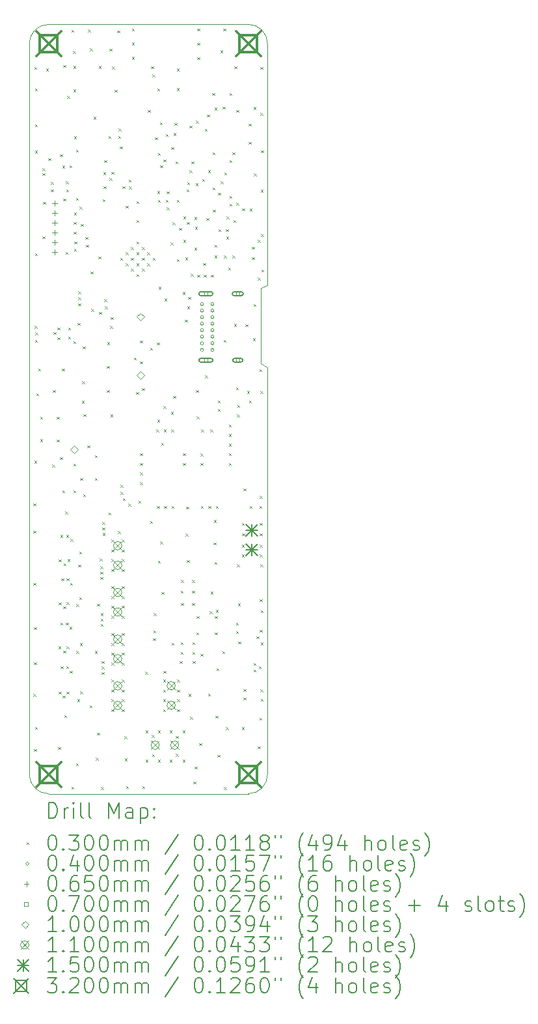
<source format=gbr>
%FSLAX45Y45*%
G04 Gerber Fmt 4.5, Leading zero omitted, Abs format (unit mm)*
G04 Created by KiCad (PCBNEW (6.0.1)) date 2022-06-27 00:17:00*
%MOMM*%
%LPD*%
G01*
G04 APERTURE LIST*
%TA.AperFunction,Profile*%
%ADD10C,0.100000*%
%TD*%
%ADD11C,0.200000*%
%ADD12C,0.030000*%
%ADD13C,0.040000*%
%ADD14C,0.065000*%
%ADD15C,0.070000*%
%ADD16C,0.100000*%
%ADD17C,0.110000*%
%ADD18C,0.150000*%
%ADD19C,0.320000*%
G04 APERTURE END LIST*
D10*
X16960000Y-13210000D02*
X14360000Y-13210000D01*
X14110000Y-12960000D02*
X14110000Y-3460000D01*
X17210000Y-3460000D02*
G75*
G03*
X16960000Y-3210000I-250000J0D01*
G01*
X14360000Y-3210000D02*
G75*
G03*
X14110000Y-3460000I0J-250000D01*
G01*
X17210000Y-7670800D02*
X17210000Y-12960000D01*
X14110000Y-12960000D02*
G75*
G03*
X14360000Y-13210000I250000J0D01*
G01*
X17119600Y-6638290D02*
X17119600Y-7616190D01*
X17210000Y-6604000D02*
X17119600Y-6638290D01*
X16960000Y-13210000D02*
G75*
G03*
X17210000Y-12960000I0J250000D01*
G01*
X17119600Y-7616190D02*
X17210000Y-7670800D01*
X17210000Y-3460000D02*
X17210000Y-6604000D01*
X14360000Y-3210000D02*
X16960000Y-3210000D01*
D11*
D12*
X14163280Y-9433800D02*
X14193280Y-9463800D01*
X14193280Y-9433800D02*
X14163280Y-9463800D01*
X14163280Y-9789400D02*
X14193280Y-9819400D01*
X14193280Y-9789400D02*
X14163280Y-9819400D01*
X14163280Y-10470120D02*
X14193280Y-10500120D01*
X14193280Y-10470120D02*
X14163280Y-10500120D01*
X14163280Y-11912840D02*
X14193280Y-11942840D01*
X14193280Y-11912840D02*
X14163280Y-11942840D01*
X14168360Y-11044160D02*
X14198360Y-11074160D01*
X14198360Y-11044160D02*
X14168360Y-11074160D01*
X14168360Y-11501360D02*
X14198360Y-11531360D01*
X14198360Y-11501360D02*
X14168360Y-11531360D01*
X14168360Y-12629120D02*
X14198360Y-12659120D01*
X14198360Y-12629120D02*
X14168360Y-12659120D01*
X14173440Y-3764520D02*
X14203440Y-3794520D01*
X14203440Y-3764520D02*
X14173440Y-3794520D01*
X14173440Y-8880080D02*
X14203440Y-8910080D01*
X14203440Y-8880080D02*
X14173440Y-8910080D01*
X14178520Y-7127480D02*
X14208520Y-7157480D01*
X14208520Y-7127480D02*
X14178520Y-7157480D01*
X14183600Y-4043920D02*
X14213600Y-4073920D01*
X14213600Y-4043920D02*
X14183600Y-4073920D01*
X14183600Y-4506200D02*
X14213600Y-4536200D01*
X14213600Y-4506200D02*
X14183600Y-4536200D01*
X14183600Y-4851640D02*
X14213600Y-4881640D01*
X14213600Y-4851640D02*
X14183600Y-4881640D01*
X14183600Y-6182600D02*
X14213600Y-6212600D01*
X14213600Y-6182600D02*
X14183600Y-6212600D01*
X14183600Y-7310360D02*
X14213600Y-7340360D01*
X14213600Y-7310360D02*
X14183600Y-7340360D01*
X14183600Y-12339560D02*
X14213600Y-12369560D01*
X14213600Y-12339560D02*
X14183600Y-12369560D01*
X14188680Y-7213840D02*
X14218680Y-7243840D01*
X14218680Y-7213840D02*
X14188680Y-7243840D01*
X14198840Y-8006320D02*
X14228840Y-8036320D01*
X14228840Y-8006320D02*
X14198840Y-8036320D01*
X14224240Y-7681200D02*
X14254240Y-7711200D01*
X14254240Y-7681200D02*
X14224240Y-7711200D01*
X14249640Y-8311120D02*
X14279640Y-8341120D01*
X14279640Y-8311120D02*
X14249640Y-8341120D01*
X14249640Y-8600680D02*
X14279640Y-8630680D01*
X14279640Y-8600680D02*
X14249640Y-8630680D01*
X14280120Y-5080240D02*
X14310120Y-5110240D01*
X14310120Y-5080240D02*
X14280120Y-5110240D01*
X14280120Y-5964160D02*
X14310120Y-5994160D01*
X14310120Y-5964160D02*
X14280120Y-5994160D01*
X14281370Y-5141200D02*
X14311370Y-5171200D01*
X14311370Y-5141200D02*
X14281370Y-5171200D01*
X14290280Y-5517120D02*
X14320280Y-5547120D01*
X14320280Y-5517120D02*
X14290280Y-5547120D01*
X14325840Y-3784840D02*
X14355840Y-3814840D01*
X14355840Y-3784840D02*
X14325840Y-3814840D01*
X14356320Y-4948160D02*
X14386320Y-4978160D01*
X14386320Y-4948160D02*
X14356320Y-4978160D01*
X14391880Y-5258040D02*
X14421880Y-5288040D01*
X14421880Y-5258040D02*
X14391880Y-5288040D01*
X14391880Y-5354560D02*
X14421880Y-5384560D01*
X14421880Y-5354560D02*
X14391880Y-5384560D01*
X14407120Y-8930880D02*
X14437120Y-8960880D01*
X14437120Y-8930880D02*
X14407120Y-8960880D01*
X14417280Y-7960600D02*
X14447280Y-7990600D01*
X14447280Y-7960600D02*
X14417280Y-7990600D01*
X14422360Y-7208760D02*
X14452360Y-7238760D01*
X14452360Y-7208760D02*
X14422360Y-7238760D01*
X14468080Y-8311120D02*
X14498080Y-8341120D01*
X14498080Y-8311120D02*
X14468080Y-8341120D01*
X14468080Y-8605760D02*
X14498080Y-8635760D01*
X14498080Y-8605760D02*
X14468080Y-8635760D01*
X14473160Y-7147800D02*
X14503160Y-7177800D01*
X14503160Y-7147800D02*
X14473160Y-7177800D01*
X14473160Y-7274800D02*
X14503160Y-7304800D01*
X14503160Y-7274800D02*
X14473160Y-7304800D01*
X14483320Y-12603720D02*
X14513320Y-12633720D01*
X14513320Y-12603720D02*
X14483320Y-12633720D01*
X14488400Y-11293080D02*
X14518400Y-11323080D01*
X14518400Y-11293080D02*
X14488400Y-11323080D01*
X14493480Y-10165320D02*
X14523480Y-10195320D01*
X14523480Y-10165320D02*
X14493480Y-10195320D01*
X14493480Y-10724120D02*
X14523480Y-10754120D01*
X14523480Y-10724120D02*
X14493480Y-10754120D01*
X14493480Y-11882360D02*
X14523480Y-11912360D01*
X14523480Y-11882360D02*
X14493480Y-11912360D01*
X14508720Y-4897360D02*
X14538720Y-4927360D01*
X14538720Y-4897360D02*
X14508720Y-4927360D01*
X14508720Y-8834360D02*
X14538720Y-8864360D01*
X14538720Y-8834360D02*
X14508720Y-8864360D01*
X14513800Y-9845280D02*
X14543800Y-9875280D01*
X14543800Y-9845280D02*
X14513800Y-9875280D01*
X14513800Y-10983200D02*
X14543800Y-11013200D01*
X14543800Y-10983200D02*
X14513800Y-11013200D01*
X14518880Y-11552160D02*
X14548880Y-11582160D01*
X14548880Y-11552160D02*
X14518880Y-11582160D01*
X14523960Y-10409160D02*
X14553960Y-10439160D01*
X14553960Y-10409160D02*
X14523960Y-10439160D01*
X14534120Y-7681200D02*
X14564120Y-7711200D01*
X14564120Y-7681200D02*
X14534120Y-7711200D01*
X14539200Y-5044680D02*
X14569200Y-5074680D01*
X14569200Y-5044680D02*
X14539200Y-5074680D01*
X14539200Y-9266160D02*
X14569200Y-9296160D01*
X14569200Y-9266160D02*
X14539200Y-9296160D01*
X14544280Y-11933160D02*
X14574280Y-11963160D01*
X14574280Y-11933160D02*
X14544280Y-11963160D01*
X14549360Y-3739120D02*
X14579360Y-3769120D01*
X14579360Y-3739120D02*
X14549360Y-3769120D01*
X14549360Y-5471400D02*
X14579360Y-5501400D01*
X14579360Y-5471400D02*
X14549360Y-5501400D01*
X14549360Y-10774920D02*
X14579360Y-10804920D01*
X14579360Y-10774920D02*
X14549360Y-10804920D01*
X14549360Y-11348960D02*
X14579360Y-11378960D01*
X14579360Y-11348960D02*
X14549360Y-11378960D01*
X14554440Y-10216120D02*
X14584440Y-10246120D01*
X14584440Y-10216120D02*
X14554440Y-10246120D01*
X14564600Y-12187160D02*
X14594600Y-12217160D01*
X14594600Y-12187160D02*
X14564600Y-12217160D01*
X14574760Y-9540480D02*
X14604760Y-9570480D01*
X14604760Y-9540480D02*
X14574760Y-9570480D01*
X14579840Y-6167360D02*
X14609840Y-6197360D01*
X14609840Y-6167360D02*
X14579840Y-6197360D01*
X14584920Y-5247880D02*
X14614920Y-5277880D01*
X14614920Y-5247880D02*
X14584920Y-5277880D01*
X14584920Y-10983200D02*
X14614920Y-11013200D01*
X14614920Y-10983200D02*
X14584920Y-11013200D01*
X14590000Y-5354560D02*
X14620000Y-5384560D01*
X14620000Y-5354560D02*
X14590000Y-5384560D01*
X14590000Y-9845280D02*
X14620000Y-9875280D01*
X14620000Y-9845280D02*
X14590000Y-9875280D01*
X14590000Y-11552160D02*
X14620000Y-11582160D01*
X14620000Y-11552160D02*
X14590000Y-11582160D01*
X14595080Y-10409160D02*
X14625080Y-10439160D01*
X14625080Y-10409160D02*
X14595080Y-10439160D01*
X14595080Y-10719040D02*
X14625080Y-10749040D01*
X14625080Y-10719040D02*
X14595080Y-10749040D01*
X14595080Y-11293080D02*
X14625080Y-11323080D01*
X14625080Y-11293080D02*
X14595080Y-11323080D01*
X14595080Y-11882360D02*
X14625080Y-11912360D01*
X14625080Y-11882360D02*
X14595080Y-11912360D01*
X14600160Y-4140440D02*
X14630160Y-4170440D01*
X14630160Y-4140440D02*
X14600160Y-4170440D01*
X14605240Y-10160240D02*
X14635240Y-10190240D01*
X14635240Y-10160240D02*
X14605240Y-10190240D01*
X14615600Y-7147800D02*
X14645600Y-7177800D01*
X14645600Y-7147800D02*
X14615600Y-7177800D01*
X14615600Y-7269720D02*
X14645600Y-7299720D01*
X14645600Y-7269720D02*
X14615600Y-7299720D01*
X14630640Y-5039600D02*
X14660640Y-5069600D01*
X14660640Y-5039600D02*
X14630640Y-5069600D01*
X14630640Y-11039080D02*
X14660640Y-11069080D01*
X14660640Y-11039080D02*
X14630640Y-11069080D01*
X14635720Y-11613120D02*
X14665720Y-11643120D01*
X14665720Y-11613120D02*
X14635720Y-11643120D01*
X14640800Y-10470120D02*
X14670800Y-10500120D01*
X14670800Y-10470120D02*
X14640800Y-10500120D01*
X14645880Y-9896080D02*
X14675880Y-9926080D01*
X14675880Y-9896080D02*
X14645880Y-9926080D01*
X14656040Y-3281920D02*
X14686040Y-3311920D01*
X14686040Y-3281920D02*
X14656040Y-3311920D01*
X14656040Y-13116800D02*
X14686040Y-13146800D01*
X14686040Y-13116800D02*
X14656040Y-13146800D01*
X14676360Y-3556240D02*
X14706360Y-3586240D01*
X14706360Y-3556240D02*
X14676360Y-3586240D01*
X14681440Y-3749280D02*
X14711440Y-3779280D01*
X14711440Y-3749280D02*
X14681440Y-3779280D01*
X14681440Y-4054080D02*
X14711440Y-4084080D01*
X14711440Y-4054080D02*
X14681440Y-4084080D01*
X14681440Y-7325600D02*
X14711440Y-7355600D01*
X14711440Y-7325600D02*
X14681440Y-7355600D01*
X14681440Y-8920720D02*
X14711440Y-8950720D01*
X14711440Y-8920720D02*
X14681440Y-8950720D01*
X14681440Y-9266160D02*
X14711440Y-9296160D01*
X14711440Y-9266160D02*
X14681440Y-9296160D01*
X14686520Y-5776200D02*
X14716520Y-5806200D01*
X14716520Y-5776200D02*
X14686520Y-5806200D01*
X14686520Y-5903200D02*
X14716520Y-5933200D01*
X14716520Y-5903200D02*
X14686520Y-5933200D01*
X14691600Y-4663680D02*
X14721600Y-4693680D01*
X14721600Y-4663680D02*
X14691600Y-4693680D01*
X14691600Y-5654280D02*
X14721600Y-5684280D01*
X14721600Y-5654280D02*
X14691600Y-5684280D01*
X14691600Y-6126720D02*
X14721600Y-6156720D01*
X14721600Y-6126720D02*
X14691600Y-6156720D01*
X14696680Y-6030200D02*
X14726680Y-6060200D01*
X14726680Y-6030200D02*
X14696680Y-6060200D01*
X14717000Y-4836400D02*
X14747000Y-4866400D01*
X14747000Y-4836400D02*
X14717000Y-4866400D01*
X14717000Y-5466320D02*
X14747000Y-5496320D01*
X14747000Y-5466320D02*
X14717000Y-5496320D01*
X14717000Y-12812000D02*
X14747000Y-12842000D01*
X14747000Y-12812000D02*
X14717000Y-12842000D01*
X14722080Y-10744440D02*
X14752080Y-10774440D01*
X14752080Y-10744440D02*
X14722080Y-10774440D01*
X14722080Y-11354040D02*
X14752080Y-11384040D01*
X14752080Y-11354040D02*
X14722080Y-11384040D01*
X14732240Y-11978880D02*
X14762240Y-12008880D01*
X14762240Y-11978880D02*
X14732240Y-12008880D01*
X14737320Y-7091920D02*
X14767320Y-7121920D01*
X14767320Y-7091920D02*
X14737320Y-7121920D01*
X14747480Y-6680440D02*
X14777480Y-6710440D01*
X14777480Y-6680440D02*
X14747480Y-6710440D01*
X14747480Y-6756640D02*
X14777480Y-6786640D01*
X14777480Y-6756640D02*
X14747480Y-6786640D01*
X14747480Y-6837920D02*
X14777480Y-6867920D01*
X14777480Y-6837920D02*
X14747480Y-6867920D01*
X14747480Y-10231360D02*
X14777480Y-10261360D01*
X14777480Y-10231360D02*
X14747480Y-10261360D01*
X14757640Y-10063720D02*
X14787640Y-10093720D01*
X14787640Y-10063720D02*
X14757640Y-10093720D01*
X14757640Y-10653000D02*
X14787640Y-10683000D01*
X14787640Y-10653000D02*
X14757640Y-10683000D01*
X14762720Y-5578080D02*
X14792720Y-5608080D01*
X14792720Y-5578080D02*
X14762720Y-5608080D01*
X14767800Y-11252440D02*
X14797800Y-11282440D01*
X14797800Y-11252440D02*
X14767800Y-11282440D01*
X14772880Y-9103600D02*
X14802880Y-9133600D01*
X14802880Y-9103600D02*
X14772880Y-9133600D01*
X14772880Y-11877280D02*
X14802880Y-11907280D01*
X14802880Y-11877280D02*
X14772880Y-11907280D01*
X14777960Y-5801600D02*
X14807960Y-5831600D01*
X14807960Y-5801600D02*
X14777960Y-5831600D01*
X14793200Y-8102840D02*
X14823200Y-8132840D01*
X14823200Y-8102840D02*
X14793200Y-8132840D01*
X14798280Y-7848840D02*
X14828280Y-7878840D01*
X14828280Y-7848840D02*
X14798280Y-7878840D01*
X14803360Y-7396720D02*
X14833360Y-7426720D01*
X14833360Y-7396720D02*
X14803360Y-7426720D01*
X14808440Y-9316960D02*
X14838440Y-9346960D01*
X14838440Y-9316960D02*
X14808440Y-9346960D01*
X14813520Y-8275560D02*
X14843520Y-8305560D01*
X14843520Y-8275560D02*
X14813520Y-8305560D01*
X14838920Y-5974320D02*
X14868920Y-6004320D01*
X14868920Y-5974320D02*
X14838920Y-6004320D01*
X14849383Y-6073198D02*
X14879383Y-6103198D01*
X14879383Y-6073198D02*
X14849383Y-6103198D01*
X14864320Y-8681960D02*
X14894320Y-8711960D01*
X14894320Y-8681960D02*
X14864320Y-8711960D01*
X14874480Y-3276840D02*
X14904480Y-3306840D01*
X14904480Y-3276840D02*
X14874480Y-3306840D01*
X14894800Y-12060160D02*
X14924800Y-12090160D01*
X14924800Y-12060160D02*
X14894800Y-12090160D01*
X14899880Y-3520680D02*
X14929880Y-3550680D01*
X14929880Y-3520680D02*
X14899880Y-3550680D01*
X14904960Y-6421360D02*
X14934960Y-6451360D01*
X14934960Y-6421360D02*
X14904960Y-6451360D01*
X14915120Y-6909040D02*
X14945120Y-6939040D01*
X14945120Y-6909040D02*
X14915120Y-6939040D01*
X14945600Y-4409680D02*
X14975600Y-4439680D01*
X14975600Y-4409680D02*
X14945600Y-4439680D01*
X14960840Y-8808960D02*
X14990840Y-8838960D01*
X14990840Y-8808960D02*
X14960840Y-8838960D01*
X14960840Y-9103600D02*
X14990840Y-9133600D01*
X14990840Y-9103600D02*
X14960840Y-9133600D01*
X14960840Y-11354040D02*
X14990840Y-11384040D01*
X14990840Y-11354040D02*
X14960840Y-11384040D01*
X14976080Y-12740880D02*
X15006080Y-12770880D01*
X15006080Y-12740880D02*
X14976080Y-12770880D01*
X14990310Y-10739360D02*
X15020310Y-10769360D01*
X15020310Y-10739360D02*
X14990310Y-10769360D01*
X14991320Y-12415760D02*
X15021320Y-12445760D01*
X15021320Y-12415760D02*
X14991320Y-12445760D01*
X15006560Y-6228320D02*
X15036560Y-6258320D01*
X15036560Y-6228320D02*
X15006560Y-6258320D01*
X15011640Y-3749280D02*
X15041640Y-3779280D01*
X15041640Y-3749280D02*
X15011640Y-3779280D01*
X15016720Y-6944600D02*
X15046720Y-6974600D01*
X15046720Y-6944600D02*
X15016720Y-6974600D01*
X15025870Y-10150080D02*
X15055870Y-10180080D01*
X15055870Y-10150080D02*
X15025870Y-10180080D01*
X15031960Y-10251680D02*
X15061960Y-10281680D01*
X15061960Y-10251680D02*
X15031960Y-10281680D01*
X15031960Y-10322800D02*
X15061960Y-10352800D01*
X15061960Y-10322800D02*
X15031960Y-10352800D01*
X15031960Y-10393920D02*
X15061960Y-10423920D01*
X15061960Y-10393920D02*
X15031960Y-10423920D01*
X15037040Y-10861280D02*
X15067040Y-10891280D01*
X15067040Y-10861280D02*
X15037040Y-10891280D01*
X15037040Y-10932400D02*
X15067040Y-10962400D01*
X15067040Y-10932400D02*
X15037040Y-10962400D01*
X15037040Y-11003520D02*
X15067040Y-11033520D01*
X15067040Y-11003520D02*
X15037040Y-11033520D01*
X15042120Y-13121880D02*
X15072120Y-13151880D01*
X15072120Y-13121880D02*
X15042120Y-13151880D01*
X15052158Y-11486158D02*
X15082158Y-11516158D01*
X15082158Y-11486158D02*
X15052158Y-11516158D01*
X15052280Y-11557240D02*
X15082280Y-11587240D01*
X15082280Y-11557240D02*
X15052280Y-11587240D01*
X15052280Y-11628360D02*
X15082280Y-11658360D01*
X15082280Y-11628360D02*
X15052280Y-11658360D01*
X15060822Y-9677640D02*
X15090822Y-9707640D01*
X15090822Y-9677640D02*
X15060822Y-9707640D01*
X15060822Y-9748760D02*
X15090822Y-9778760D01*
X15090822Y-9748760D02*
X15060822Y-9778760D01*
X15062440Y-5481560D02*
X15092440Y-5511560D01*
X15092440Y-5481560D02*
X15062440Y-5511560D01*
X15062440Y-9819880D02*
X15092440Y-9849880D01*
X15092440Y-9819880D02*
X15062440Y-9849880D01*
X15072600Y-5131040D02*
X15102600Y-5161040D01*
X15102600Y-5131040D02*
X15072600Y-5161040D01*
X15074434Y-5312880D02*
X15104434Y-5342880D01*
X15104434Y-5312880D02*
X15074434Y-5342880D01*
X15082760Y-4973560D02*
X15112760Y-5003560D01*
X15112760Y-4973560D02*
X15082760Y-5003560D01*
X15082760Y-6782040D02*
X15112760Y-6812040D01*
X15112760Y-6782040D02*
X15082760Y-6812040D01*
X15092590Y-6873480D02*
X15122590Y-6903480D01*
X15122590Y-6873480D02*
X15092590Y-6903480D01*
X15118320Y-7650720D02*
X15148320Y-7680720D01*
X15148320Y-7650720D02*
X15118320Y-7680720D01*
X15118320Y-7960600D02*
X15148320Y-7990600D01*
X15148320Y-7960600D02*
X15118320Y-7990600D01*
X15123400Y-7340840D02*
X15153400Y-7370840D01*
X15153400Y-7340840D02*
X15123400Y-7370840D01*
X15138640Y-4658600D02*
X15168640Y-4688600D01*
X15168640Y-4658600D02*
X15138640Y-4688600D01*
X15138640Y-9555720D02*
X15168640Y-9585720D01*
X15168640Y-9555720D02*
X15138640Y-9585720D01*
X15153880Y-3525760D02*
X15183880Y-3555760D01*
X15183880Y-3525760D02*
X15153880Y-3555760D01*
X15153880Y-5207240D02*
X15183880Y-5237240D01*
X15183880Y-5207240D02*
X15153880Y-5237240D01*
X15158960Y-7127480D02*
X15188960Y-7157480D01*
X15188960Y-7127480D02*
X15158960Y-7157480D01*
X15164040Y-8280640D02*
X15194040Y-8310640D01*
X15194040Y-8280640D02*
X15164040Y-8310640D01*
X15169120Y-7015720D02*
X15199120Y-7045720D01*
X15199120Y-7015720D02*
X15169120Y-7045720D01*
X15179280Y-5125960D02*
X15209280Y-5155960D01*
X15209280Y-5125960D02*
X15179280Y-5155960D01*
X15179280Y-9906240D02*
X15209280Y-9936240D01*
X15209280Y-9906240D02*
X15179280Y-9936240D01*
X15179280Y-10038320D02*
X15209280Y-10068320D01*
X15209280Y-10038320D02*
X15179280Y-10068320D01*
X15179280Y-10160240D02*
X15209280Y-10190240D01*
X15209280Y-10160240D02*
X15179280Y-10190240D01*
X15179280Y-10292320D02*
X15209280Y-10322320D01*
X15209280Y-10292320D02*
X15179280Y-10322320D01*
X15179280Y-10510760D02*
X15209280Y-10540760D01*
X15209280Y-10510760D02*
X15179280Y-10540760D01*
X15179280Y-10642840D02*
X15209280Y-10672840D01*
X15209280Y-10642840D02*
X15179280Y-10672840D01*
X15179280Y-10764760D02*
X15209280Y-10794760D01*
X15209280Y-10764760D02*
X15179280Y-10794760D01*
X15179280Y-10896840D02*
X15209280Y-10926840D01*
X15209280Y-10896840D02*
X15179280Y-10926840D01*
X15179280Y-11120360D02*
X15209280Y-11150360D01*
X15209280Y-11120360D02*
X15179280Y-11150360D01*
X15179280Y-11252440D02*
X15209280Y-11282440D01*
X15209280Y-11252440D02*
X15179280Y-11282440D01*
X15179280Y-11374360D02*
X15209280Y-11404360D01*
X15209280Y-11374360D02*
X15179280Y-11404360D01*
X15179280Y-11506440D02*
X15209280Y-11536440D01*
X15209280Y-11506440D02*
X15179280Y-11536440D01*
X15179280Y-11724880D02*
X15209280Y-11754880D01*
X15209280Y-11724880D02*
X15179280Y-11754880D01*
X15179280Y-11856960D02*
X15209280Y-11886960D01*
X15209280Y-11856960D02*
X15179280Y-11886960D01*
X15179280Y-11978880D02*
X15209280Y-12008880D01*
X15209280Y-11978880D02*
X15179280Y-12008880D01*
X15179280Y-12110960D02*
X15209280Y-12140960D01*
X15209280Y-12110960D02*
X15179280Y-12140960D01*
X15184360Y-3759440D02*
X15214360Y-3789440D01*
X15214360Y-3759440D02*
X15184360Y-3789440D01*
X15219920Y-4059160D02*
X15249920Y-4089160D01*
X15249920Y-4059160D02*
X15219920Y-4089160D01*
X15255480Y-3287000D02*
X15285480Y-3317000D01*
X15285480Y-3287000D02*
X15255480Y-3317000D01*
X15260560Y-9794480D02*
X15290560Y-9824480D01*
X15290560Y-9794480D02*
X15260560Y-9824480D01*
X15265640Y-4658600D02*
X15295640Y-4688600D01*
X15295640Y-4658600D02*
X15265640Y-4688600D01*
X15270720Y-4562080D02*
X15300720Y-4592080D01*
X15300720Y-4562080D02*
X15270720Y-4592080D01*
X15285960Y-4795760D02*
X15315960Y-4825760D01*
X15315960Y-4795760D02*
X15285960Y-4825760D01*
X15292268Y-6243151D02*
X15322268Y-6273151D01*
X15322268Y-6243151D02*
X15292268Y-6273151D01*
X15297162Y-9195040D02*
X15327162Y-9225040D01*
X15327162Y-9195040D02*
X15297162Y-9225040D01*
X15297162Y-9286480D02*
X15327162Y-9316480D01*
X15327162Y-9286480D02*
X15297162Y-9316480D01*
X15311360Y-9906240D02*
X15341360Y-9936240D01*
X15341360Y-9906240D02*
X15311360Y-9936240D01*
X15311360Y-10038320D02*
X15341360Y-10068320D01*
X15341360Y-10038320D02*
X15311360Y-10068320D01*
X15311360Y-10160240D02*
X15341360Y-10190240D01*
X15341360Y-10160240D02*
X15311360Y-10190240D01*
X15311360Y-10292320D02*
X15341360Y-10322320D01*
X15341360Y-10292320D02*
X15311360Y-10322320D01*
X15311360Y-10510760D02*
X15341360Y-10540760D01*
X15341360Y-10510760D02*
X15311360Y-10540760D01*
X15311360Y-10642840D02*
X15341360Y-10672840D01*
X15341360Y-10642840D02*
X15311360Y-10672840D01*
X15311360Y-10764760D02*
X15341360Y-10794760D01*
X15341360Y-10764760D02*
X15311360Y-10794760D01*
X15311360Y-10896840D02*
X15341360Y-10926840D01*
X15341360Y-10896840D02*
X15311360Y-10926840D01*
X15311360Y-11120360D02*
X15341360Y-11150360D01*
X15341360Y-11120360D02*
X15311360Y-11150360D01*
X15311360Y-11252440D02*
X15341360Y-11282440D01*
X15341360Y-11252440D02*
X15311360Y-11282440D01*
X15311360Y-11374360D02*
X15341360Y-11404360D01*
X15341360Y-11374360D02*
X15311360Y-11404360D01*
X15311360Y-11506440D02*
X15341360Y-11536440D01*
X15341360Y-11506440D02*
X15311360Y-11536440D01*
X15311360Y-11724880D02*
X15341360Y-11754880D01*
X15341360Y-11724880D02*
X15311360Y-11754880D01*
X15311360Y-11856960D02*
X15341360Y-11886960D01*
X15341360Y-11856960D02*
X15311360Y-11886960D01*
X15311360Y-11978880D02*
X15341360Y-12008880D01*
X15341360Y-11978880D02*
X15311360Y-12008880D01*
X15311360Y-12110960D02*
X15341360Y-12140960D01*
X15341360Y-12110960D02*
X15311360Y-12140960D01*
X15319683Y-5313625D02*
X15349683Y-5343625D01*
X15349683Y-5313625D02*
X15319683Y-5343625D01*
X15326114Y-9366344D02*
X15356114Y-9396344D01*
X15356114Y-9366344D02*
X15326114Y-9396344D01*
X15346920Y-12461480D02*
X15376920Y-12491480D01*
X15376920Y-12461480D02*
X15346920Y-12491480D01*
X15352000Y-12751040D02*
X15382000Y-12781040D01*
X15382000Y-12751040D02*
X15352000Y-12781040D01*
X15362979Y-6172440D02*
X15392979Y-6202440D01*
X15392979Y-6172440D02*
X15362979Y-6202440D01*
X15362979Y-6313861D02*
X15392979Y-6343861D01*
X15392979Y-6313861D02*
X15362979Y-6343861D01*
X15363730Y-5567920D02*
X15393730Y-5597920D01*
X15393730Y-5567920D02*
X15363730Y-5597920D01*
X15367240Y-13111720D02*
X15397240Y-13141720D01*
X15397240Y-13111720D02*
X15367240Y-13141720D01*
X15398185Y-9438415D02*
X15428185Y-9468415D01*
X15428185Y-9438415D02*
X15398185Y-9468415D01*
X15402800Y-5227560D02*
X15432800Y-5257560D01*
X15432800Y-5227560D02*
X15402800Y-5257560D01*
X15404556Y-5317246D02*
X15434556Y-5347246D01*
X15434556Y-5317246D02*
X15404556Y-5347246D01*
X15433689Y-6101729D02*
X15463689Y-6131729D01*
X15463689Y-6101729D02*
X15433689Y-6131729D01*
X15433689Y-6243151D02*
X15463689Y-6273151D01*
X15463689Y-6243151D02*
X15433689Y-6273151D01*
X15433689Y-6384572D02*
X15463689Y-6414572D01*
X15463689Y-6384572D02*
X15433689Y-6414572D01*
X15443440Y-3261600D02*
X15473440Y-3291600D01*
X15473440Y-3261600D02*
X15443440Y-3291600D01*
X15443440Y-3447020D02*
X15473440Y-3477020D01*
X15473440Y-3447020D02*
X15443440Y-3477020D01*
X15443440Y-3632440D02*
X15473440Y-3662440D01*
X15473440Y-3632440D02*
X15443440Y-3662440D01*
X15470410Y-7538960D02*
X15500410Y-7568960D01*
X15500410Y-7538960D02*
X15470410Y-7568960D01*
X15499320Y-7986000D02*
X15529320Y-8016000D01*
X15529320Y-7986000D02*
X15499320Y-8016000D01*
X15504400Y-5506960D02*
X15534400Y-5536960D01*
X15534400Y-5506960D02*
X15504400Y-5536960D01*
X15504400Y-5750800D02*
X15534400Y-5780800D01*
X15534400Y-5750800D02*
X15504400Y-5780800D01*
X15504400Y-6031019D02*
X15534400Y-6061019D01*
X15534400Y-6031019D02*
X15504400Y-6061019D01*
X15504400Y-6172440D02*
X15534400Y-6202440D01*
X15534400Y-6172440D02*
X15504400Y-6202440D01*
X15504400Y-6313861D02*
X15534400Y-6343861D01*
X15534400Y-6313861D02*
X15504400Y-6343861D01*
X15504400Y-6455283D02*
X15534400Y-6485283D01*
X15534400Y-6455283D02*
X15504400Y-6485283D01*
X15529800Y-9403320D02*
X15559800Y-9433320D01*
X15559800Y-9403320D02*
X15529800Y-9433320D01*
X15550120Y-7589760D02*
X15580120Y-7619760D01*
X15580120Y-7589760D02*
X15550120Y-7619760D01*
X15550700Y-8785100D02*
X15580700Y-8815100D01*
X15580700Y-8785100D02*
X15550700Y-8815100D01*
X15550700Y-8910100D02*
X15580700Y-8940100D01*
X15580700Y-8910100D02*
X15550700Y-8940100D01*
X15550700Y-9035100D02*
X15580700Y-9065100D01*
X15580700Y-9035100D02*
X15550700Y-9065100D01*
X15550700Y-9160100D02*
X15580700Y-9190100D01*
X15580700Y-9160100D02*
X15550700Y-9190100D01*
X15551162Y-7320520D02*
X15581162Y-7350520D01*
X15581162Y-7320520D02*
X15551162Y-7350520D01*
X15575111Y-6101729D02*
X15605111Y-6131729D01*
X15605111Y-6101729D02*
X15575111Y-6131729D01*
X15575111Y-6243151D02*
X15605111Y-6273151D01*
X15605111Y-6243151D02*
X15575111Y-6273151D01*
X15575111Y-6384572D02*
X15605111Y-6414572D01*
X15605111Y-6384572D02*
X15575111Y-6414572D01*
X15575520Y-7935200D02*
X15605520Y-7965200D01*
X15605520Y-7935200D02*
X15575520Y-7965200D01*
X15580600Y-13111720D02*
X15610600Y-13141720D01*
X15610600Y-13111720D02*
X15580600Y-13141720D01*
X15616160Y-11623280D02*
X15646160Y-11653280D01*
X15646160Y-11623280D02*
X15616160Y-11653280D01*
X15621240Y-12385280D02*
X15651240Y-12415280D01*
X15651240Y-12385280D02*
X15621240Y-12415280D01*
X15621240Y-12766280D02*
X15651240Y-12796280D01*
X15651240Y-12766280D02*
X15621240Y-12796280D01*
X15645821Y-6172440D02*
X15675821Y-6202440D01*
X15675821Y-6172440D02*
X15645821Y-6202440D01*
X15645821Y-6313861D02*
X15675821Y-6343861D01*
X15675821Y-6313861D02*
X15645821Y-6343861D01*
X15651720Y-4323320D02*
X15681720Y-4353320D01*
X15681720Y-4323320D02*
X15651720Y-4353320D01*
X15682200Y-7411960D02*
X15712200Y-7441960D01*
X15712200Y-7411960D02*
X15682200Y-7441960D01*
X15682200Y-9662400D02*
X15712200Y-9692400D01*
X15712200Y-9662400D02*
X15682200Y-9692400D01*
X15692360Y-3754360D02*
X15722360Y-3784360D01*
X15722360Y-3754360D02*
X15692360Y-3784360D01*
X15702520Y-12446240D02*
X15732520Y-12476240D01*
X15732520Y-12446240D02*
X15702520Y-12476240D01*
X15707600Y-12695160D02*
X15737600Y-12725160D01*
X15737600Y-12695160D02*
X15707600Y-12725160D01*
X15712680Y-3861040D02*
X15742680Y-3891040D01*
X15742680Y-3861040D02*
X15712680Y-3891040D01*
X15716532Y-6243151D02*
X15746532Y-6273151D01*
X15746532Y-6243151D02*
X15716532Y-6273151D01*
X15717760Y-11186400D02*
X15747760Y-11216400D01*
X15747760Y-11186400D02*
X15717760Y-11216400D01*
X15722840Y-11084800D02*
X15752840Y-11114800D01*
X15752840Y-11084800D02*
X15722840Y-11114800D01*
X15727920Y-10861280D02*
X15757920Y-10891280D01*
X15757920Y-10861280D02*
X15727920Y-10891280D01*
X15743160Y-4678920D02*
X15773160Y-4708920D01*
X15773160Y-4678920D02*
X15743160Y-4708920D01*
X15763480Y-8473680D02*
X15793480Y-8503680D01*
X15793480Y-8473680D02*
X15763480Y-8503680D01*
X15768560Y-7345920D02*
X15798560Y-7375920D01*
X15798560Y-7345920D02*
X15768560Y-7375920D01*
X15768560Y-9469360D02*
X15798560Y-9499360D01*
X15798560Y-9469360D02*
X15768560Y-9499360D01*
X15773640Y-4043920D02*
X15803640Y-4073920D01*
X15803640Y-4043920D02*
X15773640Y-4073920D01*
X15773640Y-5374880D02*
X15803640Y-5404880D01*
X15803640Y-5374880D02*
X15773640Y-5404880D01*
X15773640Y-8346680D02*
X15803640Y-8376680D01*
X15803640Y-8346680D02*
X15773640Y-8376680D01*
X15783800Y-4882120D02*
X15813800Y-4912120D01*
X15813800Y-4882120D02*
X15783800Y-4912120D01*
X15783800Y-5491720D02*
X15813800Y-5521720D01*
X15813800Y-5491720D02*
X15783800Y-5521720D01*
X15783800Y-10180560D02*
X15813800Y-10210560D01*
X15813800Y-10180560D02*
X15783800Y-10210560D01*
X15783800Y-12385280D02*
X15813800Y-12415280D01*
X15813800Y-12385280D02*
X15783800Y-12415280D01*
X15783800Y-12766280D02*
X15813800Y-12796280D01*
X15813800Y-12766280D02*
X15783800Y-12796280D01*
X15792064Y-6622359D02*
X15822064Y-6652359D01*
X15822064Y-6622359D02*
X15792064Y-6652359D01*
X15809200Y-4484310D02*
X15839200Y-4514310D01*
X15839200Y-4484310D02*
X15809200Y-4514310D01*
X15814280Y-5039600D02*
X15844280Y-5069600D01*
X15844280Y-5039600D02*
X15814280Y-5069600D01*
X15814280Y-9931640D02*
X15844280Y-9961640D01*
X15844280Y-9931640D02*
X15814280Y-9961640D01*
X15824440Y-8646400D02*
X15854440Y-8676400D01*
X15854440Y-8646400D02*
X15824440Y-8676400D01*
X15829520Y-10586960D02*
X15859520Y-10616960D01*
X15859520Y-10586960D02*
X15829520Y-10616960D01*
X15849840Y-11724880D02*
X15879840Y-11754880D01*
X15879840Y-11724880D02*
X15849840Y-11754880D01*
X15849840Y-11856960D02*
X15879840Y-11886960D01*
X15879840Y-11856960D02*
X15849840Y-11886960D01*
X15849840Y-11978880D02*
X15879840Y-12008880D01*
X15879840Y-11978880D02*
X15849840Y-12008880D01*
X15849840Y-12110960D02*
X15879840Y-12140960D01*
X15879840Y-12110960D02*
X15849840Y-12140960D01*
X15854920Y-4963400D02*
X15884920Y-4993400D01*
X15884920Y-4963400D02*
X15854920Y-4993400D01*
X15854920Y-8168880D02*
X15884920Y-8198880D01*
X15884920Y-8168880D02*
X15854920Y-8198880D01*
X15854920Y-11613120D02*
X15884920Y-11643120D01*
X15884920Y-11613120D02*
X15854920Y-11643120D01*
X15860000Y-8473680D02*
X15890000Y-8503680D01*
X15890000Y-8473680D02*
X15860000Y-8503680D01*
X15865080Y-9469360D02*
X15895080Y-9499360D01*
X15895080Y-9469360D02*
X15865080Y-9499360D01*
X15866650Y-6771880D02*
X15896650Y-6801880D01*
X15896650Y-6771880D02*
X15866650Y-6801880D01*
X15885400Y-4633200D02*
X15915400Y-4663200D01*
X15915400Y-4633200D02*
X15885400Y-4663200D01*
X15885400Y-5491720D02*
X15915400Y-5521720D01*
X15915400Y-5491720D02*
X15885400Y-5521720D01*
X15895560Y-5588240D02*
X15925560Y-5618240D01*
X15925560Y-5588240D02*
X15895560Y-5618240D01*
X15899070Y-5379960D02*
X15929070Y-5409960D01*
X15929070Y-5379960D02*
X15899070Y-5409960D01*
X15936200Y-12385280D02*
X15966200Y-12415280D01*
X15966200Y-12385280D02*
X15936200Y-12415280D01*
X15936200Y-12766280D02*
X15966200Y-12796280D01*
X15966200Y-12766280D02*
X15936200Y-12796280D01*
X15946360Y-6045440D02*
X15976360Y-6075440D01*
X15976360Y-6045440D02*
X15946360Y-6075440D01*
X15951440Y-8245080D02*
X15981440Y-8275080D01*
X15981440Y-8245080D02*
X15951440Y-8275080D01*
X15956520Y-4805920D02*
X15986520Y-4835920D01*
X15986520Y-4805920D02*
X15956520Y-4835920D01*
X15956520Y-8473680D02*
X15986520Y-8503680D01*
X15986520Y-8473680D02*
X15956520Y-8503680D01*
X15961600Y-9469360D02*
X15991600Y-9499360D01*
X15991600Y-9469360D02*
X15961600Y-9499360D01*
X15961600Y-11247360D02*
X15991600Y-11277360D01*
X15991600Y-11247360D02*
X15961600Y-11277360D01*
X15971760Y-5781280D02*
X16001760Y-5811280D01*
X16001760Y-5781280D02*
X15971760Y-5811280D01*
X15981920Y-8036800D02*
X16011920Y-8066800D01*
X16011920Y-8036800D02*
X15981920Y-8066800D01*
X15987000Y-4623040D02*
X16017000Y-4653040D01*
X16017000Y-4623040D02*
X15987000Y-4653040D01*
X15997160Y-4490960D02*
X16027160Y-4520960D01*
X16027160Y-4490960D02*
X15997160Y-4520960D01*
X16012400Y-4988800D02*
X16042400Y-5018800D01*
X16042400Y-4988800D02*
X16012400Y-5018800D01*
X16017480Y-12456400D02*
X16047480Y-12486400D01*
X16047480Y-12456400D02*
X16017480Y-12486400D01*
X16017480Y-12690080D02*
X16047480Y-12720080D01*
X16047480Y-12690080D02*
X16017480Y-12720080D01*
X16027640Y-3784840D02*
X16057640Y-3814840D01*
X16057640Y-3784840D02*
X16027640Y-3814840D01*
X16027640Y-4038840D02*
X16057640Y-4068840D01*
X16057640Y-4038840D02*
X16027640Y-4068840D01*
X16027640Y-5491720D02*
X16057640Y-5521720D01*
X16057640Y-5491720D02*
X16027640Y-5521720D01*
X16027640Y-6258800D02*
X16057640Y-6288800D01*
X16057640Y-6258800D02*
X16027640Y-6288800D01*
X16032720Y-11724880D02*
X16062720Y-11754880D01*
X16062720Y-11724880D02*
X16032720Y-11754880D01*
X16032720Y-11856960D02*
X16062720Y-11886960D01*
X16062720Y-11856960D02*
X16032720Y-11886960D01*
X16032720Y-11978880D02*
X16062720Y-12008880D01*
X16062720Y-11978880D02*
X16032720Y-12008880D01*
X16032720Y-12110960D02*
X16062720Y-12140960D01*
X16062720Y-12110960D02*
X16032720Y-12140960D01*
X16058120Y-5852400D02*
X16088120Y-5882400D01*
X16088120Y-5852400D02*
X16058120Y-5882400D01*
X16068280Y-11486120D02*
X16098280Y-11516120D01*
X16098280Y-11486120D02*
X16068280Y-11516120D01*
X16078440Y-10571720D02*
X16108440Y-10601720D01*
X16108440Y-10571720D02*
X16078440Y-10601720D01*
X16078440Y-11237200D02*
X16108440Y-11267200D01*
X16108440Y-11237200D02*
X16078440Y-11267200D01*
X16078440Y-11364200D02*
X16108440Y-11394200D01*
X16108440Y-11364200D02*
X16078440Y-11394200D01*
X16083520Y-10429480D02*
X16113520Y-10459480D01*
X16113520Y-10429480D02*
X16083520Y-10459480D01*
X16083520Y-10729200D02*
X16113520Y-10759200D01*
X16113520Y-10729200D02*
X16083520Y-10759200D01*
X16103448Y-6686987D02*
X16133448Y-6716987D01*
X16133448Y-6686987D02*
X16103448Y-6716987D01*
X16103840Y-12385280D02*
X16133840Y-12415280D01*
X16133840Y-12385280D02*
X16103840Y-12415280D01*
X16103840Y-12766280D02*
X16133840Y-12796280D01*
X16133840Y-12766280D02*
X16103840Y-12796280D01*
X16109500Y-8785100D02*
X16139500Y-8815100D01*
X16139500Y-8785100D02*
X16109500Y-8815100D01*
X16109500Y-8910100D02*
X16139500Y-8940100D01*
X16139500Y-8910100D02*
X16109500Y-8940100D01*
X16114000Y-5705080D02*
X16144000Y-5735080D01*
X16144000Y-5705080D02*
X16114000Y-5735080D01*
X16114000Y-6009880D02*
X16144000Y-6039880D01*
X16144000Y-6009880D02*
X16114000Y-6039880D01*
X16134320Y-7046200D02*
X16164320Y-7076200D01*
X16164320Y-7046200D02*
X16134320Y-7076200D01*
X16139400Y-6238480D02*
X16169400Y-6268480D01*
X16169400Y-6238480D02*
X16139400Y-6268480D01*
X16144480Y-9830040D02*
X16174480Y-9860040D01*
X16174480Y-9830040D02*
X16144480Y-9860040D01*
X16149560Y-9479520D02*
X16179560Y-9509520D01*
X16179560Y-9479520D02*
X16149560Y-9509520D01*
X16154640Y-5354560D02*
X16184640Y-5384560D01*
X16184640Y-5354560D02*
X16154640Y-5384560D01*
X16159720Y-10170400D02*
X16189720Y-10200400D01*
X16189720Y-10170400D02*
X16159720Y-10200400D01*
X16159991Y-5776504D02*
X16189991Y-5806504D01*
X16189991Y-5776504D02*
X16159991Y-5806504D01*
X16164800Y-5263120D02*
X16194800Y-5293120D01*
X16194800Y-5263120D02*
X16164800Y-5293120D01*
X16164800Y-6873480D02*
X16194800Y-6903480D01*
X16194800Y-6873480D02*
X16164800Y-6903480D01*
X16174960Y-6751560D02*
X16204960Y-6781560D01*
X16204960Y-6751560D02*
X16174960Y-6781560D01*
X16180040Y-11912840D02*
X16210040Y-11942840D01*
X16210040Y-11912840D02*
X16180040Y-11942840D01*
X16195280Y-4526520D02*
X16225280Y-4556520D01*
X16225280Y-4526520D02*
X16195280Y-4556520D01*
X16195280Y-5105640D02*
X16225280Y-5135640D01*
X16225280Y-5105640D02*
X16195280Y-5135640D01*
X16200360Y-12207480D02*
X16230360Y-12237480D01*
X16230360Y-12207480D02*
X16200360Y-12237480D01*
X16210520Y-6451840D02*
X16240520Y-6481840D01*
X16240520Y-6451840D02*
X16210520Y-6481840D01*
X16220680Y-4988800D02*
X16250680Y-5018800D01*
X16250680Y-4988800D02*
X16220680Y-5018800D01*
X16225760Y-10429480D02*
X16255760Y-10459480D01*
X16255760Y-10429480D02*
X16225760Y-10459480D01*
X16225760Y-10571720D02*
X16255760Y-10601720D01*
X16255760Y-10571720D02*
X16225760Y-10601720D01*
X16225760Y-10729200D02*
X16255760Y-10759200D01*
X16255760Y-10729200D02*
X16225760Y-10759200D01*
X16230840Y-11237200D02*
X16260840Y-11267200D01*
X16260840Y-11237200D02*
X16230840Y-11267200D01*
X16230840Y-11364200D02*
X16260840Y-11394200D01*
X16260840Y-11364200D02*
X16230840Y-11394200D01*
X16235920Y-11486120D02*
X16265920Y-11516120D01*
X16265920Y-11486120D02*
X16235920Y-11516120D01*
X16246080Y-13050760D02*
X16276080Y-13080760D01*
X16276080Y-13050760D02*
X16246080Y-13080760D01*
X16256240Y-6111480D02*
X16286240Y-6141480D01*
X16286240Y-6111480D02*
X16256240Y-6141480D01*
X16256512Y-5714349D02*
X16286512Y-5744349D01*
X16286512Y-5714349D02*
X16256512Y-5744349D01*
X16261320Y-12857720D02*
X16291320Y-12887720D01*
X16291320Y-12857720D02*
X16261320Y-12887720D01*
X16266400Y-5842240D02*
X16296400Y-5872240D01*
X16296400Y-5842240D02*
X16266400Y-5872240D01*
X16275440Y-5272160D02*
X16305440Y-5302160D01*
X16305440Y-5272160D02*
X16275440Y-5302160D01*
X16276560Y-4460480D02*
X16306560Y-4490480D01*
X16306560Y-4460480D02*
X16276560Y-4490480D01*
X16276560Y-7960600D02*
X16306560Y-7990600D01*
X16306560Y-7960600D02*
X16276560Y-7990600D01*
X16281640Y-11110200D02*
X16311640Y-11140200D01*
X16311640Y-11110200D02*
X16281640Y-11140200D01*
X16286720Y-8306040D02*
X16316720Y-8336040D01*
X16316720Y-8306040D02*
X16286720Y-8336040D01*
X16286720Y-10901920D02*
X16316720Y-10931920D01*
X16316720Y-10901920D02*
X16286720Y-10931920D01*
X16294814Y-6462377D02*
X16324814Y-6492377D01*
X16324814Y-6462377D02*
X16294814Y-6492377D01*
X16296880Y-3261600D02*
X16326880Y-3291600D01*
X16326880Y-3261600D02*
X16296880Y-3291600D01*
X16296880Y-3449560D02*
X16326880Y-3479560D01*
X16326880Y-3449560D02*
X16296880Y-3479560D01*
X16296880Y-3637520D02*
X16326880Y-3667520D01*
X16326880Y-3637520D02*
X16296880Y-3667520D01*
X16322280Y-12552920D02*
X16352280Y-12582920D01*
X16352280Y-12552920D02*
X16322280Y-12582920D01*
X16337520Y-8788640D02*
X16367520Y-8818640D01*
X16367520Y-8788640D02*
X16337520Y-8818640D01*
X16337520Y-8910560D02*
X16367520Y-8940560D01*
X16367520Y-8910560D02*
X16337520Y-8940560D01*
X16337520Y-11389600D02*
X16367520Y-11419600D01*
X16367520Y-11389600D02*
X16337520Y-11419600D01*
X16342600Y-9469360D02*
X16372600Y-9499360D01*
X16372600Y-9469360D02*
X16342600Y-9499360D01*
X16347680Y-8473680D02*
X16377680Y-8503680D01*
X16377680Y-8473680D02*
X16347680Y-8503680D01*
X16357840Y-5217400D02*
X16387840Y-5247400D01*
X16387840Y-5217400D02*
X16357840Y-5247400D01*
X16373080Y-6309600D02*
X16403080Y-6339600D01*
X16403080Y-6309600D02*
X16373080Y-6339600D01*
X16379763Y-6461968D02*
X16409763Y-6491968D01*
X16409763Y-6461968D02*
X16379763Y-6491968D01*
X16393400Y-4567160D02*
X16423400Y-4597160D01*
X16423400Y-4567160D02*
X16393400Y-4597160D01*
X16398480Y-7772640D02*
X16428480Y-7802640D01*
X16428480Y-7772640D02*
X16398480Y-7802640D01*
X16413720Y-5725400D02*
X16443720Y-5755400D01*
X16443720Y-5725400D02*
X16413720Y-5755400D01*
X16423880Y-4379200D02*
X16453880Y-4409200D01*
X16453880Y-4379200D02*
X16423880Y-4409200D01*
X16434040Y-5105640D02*
X16464040Y-5135640D01*
X16464040Y-5105640D02*
X16434040Y-5135640D01*
X16434040Y-11907760D02*
X16464040Y-11937760D01*
X16464040Y-11907760D02*
X16434040Y-11937760D01*
X16439120Y-9469360D02*
X16469120Y-9499360D01*
X16469120Y-9469360D02*
X16439120Y-9499360D01*
X16454360Y-10835880D02*
X16484360Y-10865880D01*
X16484360Y-10835880D02*
X16454360Y-10865880D01*
X16464520Y-8473680D02*
X16494520Y-8503680D01*
X16494520Y-8473680D02*
X16464520Y-8503680D01*
X16469600Y-10581880D02*
X16499600Y-10611880D01*
X16499600Y-10581880D02*
X16469600Y-10611880D01*
X16474680Y-6462000D02*
X16504680Y-6492000D01*
X16504680Y-6462000D02*
X16474680Y-6492000D01*
X16489920Y-4103310D02*
X16519920Y-4133310D01*
X16519920Y-4103310D02*
X16489920Y-4133310D01*
X16495000Y-4871960D02*
X16525000Y-4901960D01*
X16525000Y-4871960D02*
X16495000Y-4901960D01*
X16495000Y-5329160D02*
X16525000Y-5359160D01*
X16525000Y-5329160D02*
X16495000Y-5359160D01*
X16498399Y-5619030D02*
X16528399Y-5649030D01*
X16528399Y-5619030D02*
X16498399Y-5649030D01*
X16505160Y-9941800D02*
X16535160Y-9971800D01*
X16535160Y-9941800D02*
X16505160Y-9971800D01*
X16510240Y-9652240D02*
X16540240Y-9682240D01*
X16540240Y-9652240D02*
X16510240Y-9682240D01*
X16520400Y-4292840D02*
X16550400Y-4322840D01*
X16550400Y-4292840D02*
X16520400Y-4322840D01*
X16520400Y-6075920D02*
X16550400Y-6105920D01*
X16550400Y-6075920D02*
X16520400Y-6105920D01*
X16520400Y-6213080D02*
X16550400Y-6243080D01*
X16550400Y-6213080D02*
X16520400Y-6243080D01*
X16520400Y-10195800D02*
X16550400Y-10225800D01*
X16550400Y-10195800D02*
X16520400Y-10225800D01*
X16525480Y-10901920D02*
X16555480Y-10931920D01*
X16555480Y-10901920D02*
X16525480Y-10931920D01*
X16525480Y-11110200D02*
X16555480Y-11140200D01*
X16555480Y-11110200D02*
X16525480Y-11140200D01*
X16530560Y-12197320D02*
X16560560Y-12227320D01*
X16560560Y-12197320D02*
X16530560Y-12227320D01*
X16535640Y-9469360D02*
X16565640Y-9499360D01*
X16565640Y-9469360D02*
X16535640Y-9499360D01*
X16535640Y-10820640D02*
X16565640Y-10850640D01*
X16565640Y-10820640D02*
X16535640Y-10850640D01*
X16545800Y-11577560D02*
X16575800Y-11607560D01*
X16575800Y-11577560D02*
X16545800Y-11607560D01*
X16555960Y-12705320D02*
X16585960Y-12735320D01*
X16585960Y-12705320D02*
X16555960Y-12735320D01*
X16561040Y-8097760D02*
X16591040Y-8127760D01*
X16591040Y-8097760D02*
X16561040Y-8127760D01*
X16561040Y-8209520D02*
X16591040Y-8239520D01*
X16591040Y-8209520D02*
X16561040Y-8239520D01*
X16566120Y-5395200D02*
X16596120Y-5425200D01*
X16596120Y-5395200D02*
X16566120Y-5425200D01*
X16571200Y-5872720D02*
X16601200Y-5902720D01*
X16601200Y-5872720D02*
X16571200Y-5902720D01*
X16596600Y-3546080D02*
X16626600Y-3576080D01*
X16626600Y-3546080D02*
X16596600Y-3576080D01*
X16601680Y-5247880D02*
X16631680Y-5277880D01*
X16631680Y-5247880D02*
X16601680Y-5277880D01*
X16622000Y-11359120D02*
X16652000Y-11389120D01*
X16652000Y-11359120D02*
X16622000Y-11389120D01*
X16627080Y-4277600D02*
X16657080Y-4307600D01*
X16657080Y-4277600D02*
X16627080Y-4307600D01*
X16632160Y-3261600D02*
X16662160Y-3291600D01*
X16662160Y-3261600D02*
X16632160Y-3291600D01*
X16637240Y-7310360D02*
X16667240Y-7340360D01*
X16667240Y-7310360D02*
X16637240Y-7340360D01*
X16642320Y-6213080D02*
X16672320Y-6243080D01*
X16672320Y-6213080D02*
X16642320Y-6243080D01*
X16642320Y-13121880D02*
X16672320Y-13151880D01*
X16672320Y-13121880D02*
X16642320Y-13151880D01*
X16647400Y-5136120D02*
X16677400Y-5166120D01*
X16677400Y-5136120D02*
X16647400Y-5166120D01*
X16667720Y-5872720D02*
X16697720Y-5902720D01*
X16697720Y-5872720D02*
X16667720Y-5902720D01*
X16667720Y-12344640D02*
X16697720Y-12374640D01*
X16697720Y-12344640D02*
X16667720Y-12374640D01*
X16672800Y-5969240D02*
X16702800Y-5999240D01*
X16702800Y-5969240D02*
X16672800Y-5999240D01*
X16677880Y-5705080D02*
X16707880Y-5735080D01*
X16707880Y-5705080D02*
X16677880Y-5735080D01*
X16698200Y-6370560D02*
X16728200Y-6400560D01*
X16728200Y-6370560D02*
X16698200Y-6400560D01*
X16706400Y-8410100D02*
X16736400Y-8440100D01*
X16736400Y-8410100D02*
X16706400Y-8440100D01*
X16706400Y-8535100D02*
X16736400Y-8565100D01*
X16736400Y-8535100D02*
X16706400Y-8565100D01*
X16706400Y-8660100D02*
X16736400Y-8690100D01*
X16736400Y-8660100D02*
X16706400Y-8690100D01*
X16706400Y-8785100D02*
X16736400Y-8815100D01*
X16736400Y-8785100D02*
X16706400Y-8815100D01*
X16706400Y-8910100D02*
X16736400Y-8940100D01*
X16736400Y-8910100D02*
X16706400Y-8940100D01*
X16713440Y-4103310D02*
X16743440Y-4133310D01*
X16743440Y-4103310D02*
X16713440Y-4133310D01*
X16713440Y-4973560D02*
X16743440Y-5003560D01*
X16743440Y-4973560D02*
X16713440Y-5003560D01*
X16715360Y-5437380D02*
X16745360Y-5467380D01*
X16745360Y-5437380D02*
X16715360Y-5467380D01*
X16715360Y-5538980D02*
X16745360Y-5568980D01*
X16745360Y-5538980D02*
X16715360Y-5568980D01*
X16754080Y-4871960D02*
X16784080Y-4901960D01*
X16784080Y-4871960D02*
X16754080Y-4901960D01*
X16754080Y-6213080D02*
X16784080Y-6243080D01*
X16784080Y-6213080D02*
X16754080Y-6243080D01*
X16764240Y-5750800D02*
X16794240Y-5780800D01*
X16794240Y-5750800D02*
X16764240Y-5780800D01*
X16774400Y-7102080D02*
X16804400Y-7132080D01*
X16804400Y-7102080D02*
X16774400Y-7132080D01*
X16779480Y-3754360D02*
X16809480Y-3784360D01*
X16809480Y-3754360D02*
X16779480Y-3784360D01*
X16799800Y-7930120D02*
X16829800Y-7960120D01*
X16829800Y-7930120D02*
X16799800Y-7960120D01*
X16799800Y-10983200D02*
X16829800Y-11013200D01*
X16829800Y-10983200D02*
X16799800Y-11013200D01*
X16799800Y-11094960D02*
X16829800Y-11124960D01*
X16829800Y-11094960D02*
X16799800Y-11124960D01*
X16803310Y-4323320D02*
X16833310Y-4353320D01*
X16833310Y-4323320D02*
X16803310Y-4353320D01*
X16804880Y-5527280D02*
X16834880Y-5557280D01*
X16834880Y-5527280D02*
X16804880Y-5557280D01*
X16809960Y-8280640D02*
X16839960Y-8310640D01*
X16839960Y-8280640D02*
X16809960Y-8310640D01*
X16809960Y-10226280D02*
X16839960Y-10256280D01*
X16839960Y-10226280D02*
X16809960Y-10256280D01*
X16815040Y-8158720D02*
X16845040Y-8188720D01*
X16845040Y-8158720D02*
X16815040Y-8188720D01*
X16825200Y-10734280D02*
X16855200Y-10764280D01*
X16855200Y-10734280D02*
X16825200Y-10764280D01*
X16830280Y-11232120D02*
X16860280Y-11262120D01*
X16860280Y-11232120D02*
X16830280Y-11262120D01*
X16876000Y-9687800D02*
X16906000Y-9717800D01*
X16906000Y-9687800D02*
X16876000Y-9717800D01*
X16876000Y-9972280D02*
X16906000Y-10002280D01*
X16906000Y-9972280D02*
X16876000Y-10002280D01*
X16876000Y-10099280D02*
X16906000Y-10129280D01*
X16906000Y-10099280D02*
X16876000Y-10129280D01*
X16876000Y-12344640D02*
X16906000Y-12374640D01*
X16906000Y-12344640D02*
X16876000Y-12374640D01*
X16881080Y-5598400D02*
X16911080Y-5628400D01*
X16911080Y-5598400D02*
X16881080Y-5628400D01*
X16881080Y-9824960D02*
X16911080Y-9854960D01*
X16911080Y-9824960D02*
X16881080Y-9854960D01*
X16896320Y-9240760D02*
X16926320Y-9270760D01*
X16926320Y-9240760D02*
X16896320Y-9270760D01*
X16896320Y-11846800D02*
X16926320Y-11876800D01*
X16926320Y-11846800D02*
X16896320Y-11876800D01*
X16896320Y-11958560D02*
X16926320Y-11988560D01*
X16926320Y-11958560D02*
X16896320Y-11988560D01*
X16921720Y-7107160D02*
X16951720Y-7137160D01*
X16951720Y-7107160D02*
X16921720Y-7137160D01*
X16942040Y-7975840D02*
X16972040Y-8005840D01*
X16972040Y-7975840D02*
X16942040Y-8005840D01*
X16962360Y-4501120D02*
X16992360Y-4531120D01*
X16992360Y-4501120D02*
X16962360Y-4531120D01*
X16962360Y-4734800D02*
X16992360Y-4764800D01*
X16992360Y-4734800D02*
X16962360Y-4764800D01*
X16967440Y-8097760D02*
X16997440Y-8127760D01*
X16997440Y-8097760D02*
X16967440Y-8127760D01*
X16977600Y-5603480D02*
X17007600Y-5633480D01*
X17007600Y-5603480D02*
X16977600Y-5633480D01*
X16977600Y-9469360D02*
X17007600Y-9499360D01*
X17007600Y-9469360D02*
X16977600Y-9499360D01*
X17008080Y-6097810D02*
X17038080Y-6127810D01*
X17038080Y-6097810D02*
X17008080Y-6127810D01*
X17008080Y-6233400D02*
X17038080Y-6263400D01*
X17038080Y-6233400D02*
X17008080Y-6263400D01*
X17018240Y-7290040D02*
X17048240Y-7320040D01*
X17048240Y-7290040D02*
X17018240Y-7320040D01*
X17028400Y-4282680D02*
X17058400Y-4312680D01*
X17058400Y-4282680D02*
X17028400Y-4312680D01*
X17028400Y-6843000D02*
X17058400Y-6873000D01*
X17058400Y-6843000D02*
X17028400Y-6873000D01*
X17028400Y-11511520D02*
X17058400Y-11541520D01*
X17058400Y-11511520D02*
X17028400Y-11541520D01*
X17028400Y-11592800D02*
X17058400Y-11622800D01*
X17058400Y-11592800D02*
X17028400Y-11622800D01*
X17033480Y-5146280D02*
X17063480Y-5176280D01*
X17063480Y-5146280D02*
X17033480Y-5176280D01*
X17063960Y-11161000D02*
X17093960Y-11191000D01*
X17093960Y-11161000D02*
X17063960Y-11191000D01*
X17084280Y-6009880D02*
X17114280Y-6039880D01*
X17114280Y-6009880D02*
X17084280Y-6039880D01*
X17084280Y-6502640D02*
X17114280Y-6532640D01*
X17114280Y-6502640D02*
X17084280Y-6532640D01*
X17084280Y-12593560D02*
X17114280Y-12623560D01*
X17114280Y-12593560D02*
X17084280Y-12623560D01*
X17094440Y-11552160D02*
X17124440Y-11582160D01*
X17124440Y-11552160D02*
X17094440Y-11582160D01*
X17104600Y-7691360D02*
X17134600Y-7721360D01*
X17134600Y-7691360D02*
X17104600Y-7721360D01*
X17104600Y-9469360D02*
X17134600Y-9499360D01*
X17134600Y-9469360D02*
X17104600Y-9499360D01*
X17104600Y-12222720D02*
X17134600Y-12252720D01*
X17134600Y-12222720D02*
X17104600Y-12252720D01*
X17109680Y-9337280D02*
X17139680Y-9367280D01*
X17139680Y-9337280D02*
X17109680Y-9367280D01*
X17109680Y-9687800D02*
X17139680Y-9717800D01*
X17139680Y-9687800D02*
X17109680Y-9717800D01*
X17109680Y-9824960D02*
X17139680Y-9854960D01*
X17139680Y-9824960D02*
X17109680Y-9854960D01*
X17109680Y-9972280D02*
X17139680Y-10002280D01*
X17139680Y-9972280D02*
X17109680Y-10002280D01*
X17109680Y-10099280D02*
X17139680Y-10129280D01*
X17139680Y-10099280D02*
X17109680Y-10129280D01*
X17109680Y-10678400D02*
X17139680Y-10708400D01*
X17139680Y-10678400D02*
X17109680Y-10708400D01*
X17109680Y-11079720D02*
X17139680Y-11109720D01*
X17139680Y-11079720D02*
X17109680Y-11109720D01*
X17114760Y-3764520D02*
X17144760Y-3794520D01*
X17144760Y-3764520D02*
X17114760Y-3794520D01*
X17114760Y-4358880D02*
X17144760Y-4388880D01*
X17144760Y-4358880D02*
X17114760Y-4388880D01*
X17114760Y-7975840D02*
X17144760Y-8005840D01*
X17144760Y-7975840D02*
X17114760Y-8005840D01*
X17114760Y-10226280D02*
X17144760Y-10256280D01*
X17144760Y-10226280D02*
X17114760Y-10256280D01*
X17114760Y-11851880D02*
X17144760Y-11881880D01*
X17144760Y-11851880D02*
X17114760Y-11881880D01*
X17119840Y-5359640D02*
X17149840Y-5389640D01*
X17149840Y-5359640D02*
X17119840Y-5389640D01*
X17119840Y-10825720D02*
X17149840Y-10855720D01*
X17149840Y-10825720D02*
X17119840Y-10855720D01*
X17119840Y-11242280D02*
X17149840Y-11272280D01*
X17149840Y-11242280D02*
X17119840Y-11272280D01*
X17119840Y-11973800D02*
X17149840Y-12003800D01*
X17149840Y-11973800D02*
X17119840Y-12003800D01*
X17124920Y-4846560D02*
X17154920Y-4876560D01*
X17154920Y-4846560D02*
X17124920Y-4876560D01*
X17124920Y-5933680D02*
X17154920Y-5963680D01*
X17154920Y-5933680D02*
X17124920Y-5963680D01*
X17130000Y-6395960D02*
X17160000Y-6425960D01*
X17160000Y-6395960D02*
X17130000Y-6425960D01*
D13*
X16377800Y-6844980D02*
G75*
G03*
X16377800Y-6844980I-20000J0D01*
G01*
X16377800Y-6929980D02*
G75*
G03*
X16377800Y-6929980I-20000J0D01*
G01*
X16377800Y-7014980D02*
G75*
G03*
X16377800Y-7014980I-20000J0D01*
G01*
X16377800Y-7099980D02*
G75*
G03*
X16377800Y-7099980I-20000J0D01*
G01*
X16377800Y-7184980D02*
G75*
G03*
X16377800Y-7184980I-20000J0D01*
G01*
X16377800Y-7269980D02*
G75*
G03*
X16377800Y-7269980I-20000J0D01*
G01*
X16377800Y-7354980D02*
G75*
G03*
X16377800Y-7354980I-20000J0D01*
G01*
X16377800Y-7439980D02*
G75*
G03*
X16377800Y-7439980I-20000J0D01*
G01*
X16512800Y-6844980D02*
G75*
G03*
X16512800Y-6844980I-20000J0D01*
G01*
X16512800Y-6929980D02*
G75*
G03*
X16512800Y-6929980I-20000J0D01*
G01*
X16512800Y-7014980D02*
G75*
G03*
X16512800Y-7014980I-20000J0D01*
G01*
X16512800Y-7099980D02*
G75*
G03*
X16512800Y-7099980I-20000J0D01*
G01*
X16512800Y-7184980D02*
G75*
G03*
X16512800Y-7184980I-20000J0D01*
G01*
X16512800Y-7269980D02*
G75*
G03*
X16512800Y-7269980I-20000J0D01*
G01*
X16512800Y-7354980D02*
G75*
G03*
X16512800Y-7354980I-20000J0D01*
G01*
X16512800Y-7439980D02*
G75*
G03*
X16512800Y-7439980I-20000J0D01*
G01*
D14*
X14439900Y-5504700D02*
X14439900Y-5569700D01*
X14407400Y-5537200D02*
X14472400Y-5537200D01*
X14439900Y-5631700D02*
X14439900Y-5696700D01*
X14407400Y-5664200D02*
X14472400Y-5664200D01*
X14439900Y-5758700D02*
X14439900Y-5823700D01*
X14407400Y-5791200D02*
X14472400Y-5791200D01*
X14439900Y-5885700D02*
X14439900Y-5950700D01*
X14407400Y-5918200D02*
X14472400Y-5918200D01*
X14439900Y-6012700D02*
X14439900Y-6077700D01*
X14407400Y-6045200D02*
X14472400Y-6045200D01*
X14439900Y-6139700D02*
X14439900Y-6204700D01*
X14407400Y-6172200D02*
X14472400Y-6172200D01*
D15*
X16432549Y-6734729D02*
X16432549Y-6685231D01*
X16383051Y-6685231D01*
X16383051Y-6734729D01*
X16432549Y-6734729D01*
D11*
X16472800Y-6684980D02*
X16342800Y-6684980D01*
X16472800Y-6734980D02*
X16342800Y-6734980D01*
X16342800Y-6684980D02*
G75*
G03*
X16342800Y-6734980I0J-25000D01*
G01*
X16472800Y-6734980D02*
G75*
G03*
X16472800Y-6684980I0J25000D01*
G01*
D15*
X16432549Y-7599729D02*
X16432549Y-7550231D01*
X16383051Y-7550231D01*
X16383051Y-7599729D01*
X16432549Y-7599729D01*
D11*
X16472800Y-7549980D02*
X16342800Y-7549980D01*
X16472800Y-7599980D02*
X16342800Y-7599980D01*
X16342800Y-7549980D02*
G75*
G03*
X16342800Y-7599980I0J-25000D01*
G01*
X16472800Y-7599980D02*
G75*
G03*
X16472800Y-7549980I0J25000D01*
G01*
D15*
X16847549Y-6734729D02*
X16847549Y-6685231D01*
X16798051Y-6685231D01*
X16798051Y-6734729D01*
X16847549Y-6734729D01*
D11*
X16867800Y-6684980D02*
X16777800Y-6684980D01*
X16867800Y-6734980D02*
X16777800Y-6734980D01*
X16777800Y-6684980D02*
G75*
G03*
X16777800Y-6734980I0J-25000D01*
G01*
X16867800Y-6734980D02*
G75*
G03*
X16867800Y-6684980I0J25000D01*
G01*
D15*
X16847549Y-7599729D02*
X16847549Y-7550231D01*
X16798051Y-7550231D01*
X16798051Y-7599729D01*
X16847549Y-7599729D01*
D11*
X16862800Y-7549980D02*
X16782800Y-7549980D01*
X16862800Y-7599980D02*
X16782800Y-7599980D01*
X16782800Y-7549980D02*
G75*
G03*
X16782800Y-7599980I0J-25000D01*
G01*
X16862800Y-7599980D02*
G75*
G03*
X16862800Y-7549980I0J25000D01*
G01*
D16*
X14692800Y-8787600D02*
X14742800Y-8737600D01*
X14692800Y-8687600D01*
X14642800Y-8737600D01*
X14692800Y-8787600D01*
X15557500Y-7061400D02*
X15607500Y-7011400D01*
X15557500Y-6961400D01*
X15507500Y-7011400D01*
X15557500Y-7061400D01*
X15557500Y-7821400D02*
X15607500Y-7771400D01*
X15557500Y-7721400D01*
X15507500Y-7771400D01*
X15557500Y-7821400D01*
D17*
X15205000Y-9931100D02*
X15315000Y-10041100D01*
X15315000Y-9931100D02*
X15205000Y-10041100D01*
X15315000Y-9986100D02*
G75*
G03*
X15315000Y-9986100I-55000J0D01*
G01*
X15205000Y-10185100D02*
X15315000Y-10295100D01*
X15315000Y-10185100D02*
X15205000Y-10295100D01*
X15315000Y-10240100D02*
G75*
G03*
X15315000Y-10240100I-55000J0D01*
G01*
X15205000Y-10538433D02*
X15315000Y-10648433D01*
X15315000Y-10538433D02*
X15205000Y-10648433D01*
X15315000Y-10593433D02*
G75*
G03*
X15315000Y-10593433I-55000J0D01*
G01*
X15205000Y-10792433D02*
X15315000Y-10902433D01*
X15315000Y-10792433D02*
X15205000Y-10902433D01*
X15315000Y-10847433D02*
G75*
G03*
X15315000Y-10847433I-55000J0D01*
G01*
X15205000Y-11145767D02*
X15315000Y-11255767D01*
X15315000Y-11145767D02*
X15205000Y-11255767D01*
X15315000Y-11200767D02*
G75*
G03*
X15315000Y-11200767I-55000J0D01*
G01*
X15205000Y-11399767D02*
X15315000Y-11509767D01*
X15315000Y-11399767D02*
X15205000Y-11509767D01*
X15315000Y-11454767D02*
G75*
G03*
X15315000Y-11454767I-55000J0D01*
G01*
X15205000Y-11753100D02*
X15315000Y-11863100D01*
X15315000Y-11753100D02*
X15205000Y-11863100D01*
X15315000Y-11808100D02*
G75*
G03*
X15315000Y-11808100I-55000J0D01*
G01*
X15205000Y-12007100D02*
X15315000Y-12117100D01*
X15315000Y-12007100D02*
X15205000Y-12117100D01*
X15315000Y-12062100D02*
G75*
G03*
X15315000Y-12062100I-55000J0D01*
G01*
X15693000Y-12523080D02*
X15803000Y-12633080D01*
X15803000Y-12523080D02*
X15693000Y-12633080D01*
X15803000Y-12578080D02*
G75*
G03*
X15803000Y-12578080I-55000J0D01*
G01*
X15901280Y-11750920D02*
X16011280Y-11860920D01*
X16011280Y-11750920D02*
X15901280Y-11860920D01*
X16011280Y-11805920D02*
G75*
G03*
X16011280Y-11805920I-55000J0D01*
G01*
X15901280Y-12004920D02*
X16011280Y-12114920D01*
X16011280Y-12004920D02*
X15901280Y-12114920D01*
X16011280Y-12059920D02*
G75*
G03*
X16011280Y-12059920I-55000J0D01*
G01*
X15947000Y-12523080D02*
X16057000Y-12633080D01*
X16057000Y-12523080D02*
X15947000Y-12633080D01*
X16057000Y-12578080D02*
G75*
G03*
X16057000Y-12578080I-55000J0D01*
G01*
D18*
X16932840Y-9709080D02*
X17082840Y-9859080D01*
X17082840Y-9709080D02*
X16932840Y-9859080D01*
X17007840Y-9709080D02*
X17007840Y-9859080D01*
X16932840Y-9784080D02*
X17082840Y-9784080D01*
X16932840Y-9963080D02*
X17082840Y-10113080D01*
X17082840Y-9963080D02*
X16932840Y-10113080D01*
X17007840Y-9963080D02*
X17007840Y-10113080D01*
X16932840Y-10038080D02*
X17082840Y-10038080D01*
D19*
X14200000Y-3300000D02*
X14520000Y-3620000D01*
X14520000Y-3300000D02*
X14200000Y-3620000D01*
X14473138Y-3573138D02*
X14473138Y-3346862D01*
X14246862Y-3346862D01*
X14246862Y-3573138D01*
X14473138Y-3573138D01*
X14200000Y-12800000D02*
X14520000Y-13120000D01*
X14520000Y-12800000D02*
X14200000Y-13120000D01*
X14473138Y-13073138D02*
X14473138Y-12846862D01*
X14246862Y-12846862D01*
X14246862Y-13073138D01*
X14473138Y-13073138D01*
X16800000Y-3300000D02*
X17120000Y-3620000D01*
X17120000Y-3300000D02*
X16800000Y-3620000D01*
X17073138Y-3573138D02*
X17073138Y-3346862D01*
X16846862Y-3346862D01*
X16846862Y-3573138D01*
X17073138Y-3573138D01*
X16800000Y-12800000D02*
X17120000Y-13120000D01*
X17120000Y-12800000D02*
X16800000Y-13120000D01*
X17073138Y-13073138D02*
X17073138Y-12846862D01*
X16846862Y-12846862D01*
X16846862Y-13073138D01*
X17073138Y-13073138D01*
D11*
X14362619Y-13525476D02*
X14362619Y-13325476D01*
X14410238Y-13325476D01*
X14438809Y-13335000D01*
X14457857Y-13354048D01*
X14467381Y-13373095D01*
X14476905Y-13411190D01*
X14476905Y-13439762D01*
X14467381Y-13477857D01*
X14457857Y-13496905D01*
X14438809Y-13515952D01*
X14410238Y-13525476D01*
X14362619Y-13525476D01*
X14562619Y-13525476D02*
X14562619Y-13392143D01*
X14562619Y-13430238D02*
X14572143Y-13411190D01*
X14581667Y-13401667D01*
X14600714Y-13392143D01*
X14619762Y-13392143D01*
X14686428Y-13525476D02*
X14686428Y-13392143D01*
X14686428Y-13325476D02*
X14676905Y-13335000D01*
X14686428Y-13344524D01*
X14695952Y-13335000D01*
X14686428Y-13325476D01*
X14686428Y-13344524D01*
X14810238Y-13525476D02*
X14791190Y-13515952D01*
X14781667Y-13496905D01*
X14781667Y-13325476D01*
X14915000Y-13525476D02*
X14895952Y-13515952D01*
X14886428Y-13496905D01*
X14886428Y-13325476D01*
X15143571Y-13525476D02*
X15143571Y-13325476D01*
X15210238Y-13468333D01*
X15276905Y-13325476D01*
X15276905Y-13525476D01*
X15457857Y-13525476D02*
X15457857Y-13420714D01*
X15448333Y-13401667D01*
X15429286Y-13392143D01*
X15391190Y-13392143D01*
X15372143Y-13401667D01*
X15457857Y-13515952D02*
X15438809Y-13525476D01*
X15391190Y-13525476D01*
X15372143Y-13515952D01*
X15362619Y-13496905D01*
X15362619Y-13477857D01*
X15372143Y-13458809D01*
X15391190Y-13449286D01*
X15438809Y-13449286D01*
X15457857Y-13439762D01*
X15553095Y-13392143D02*
X15553095Y-13592143D01*
X15553095Y-13401667D02*
X15572143Y-13392143D01*
X15610238Y-13392143D01*
X15629286Y-13401667D01*
X15638809Y-13411190D01*
X15648333Y-13430238D01*
X15648333Y-13487381D01*
X15638809Y-13506428D01*
X15629286Y-13515952D01*
X15610238Y-13525476D01*
X15572143Y-13525476D01*
X15553095Y-13515952D01*
X15734048Y-13506428D02*
X15743571Y-13515952D01*
X15734048Y-13525476D01*
X15724524Y-13515952D01*
X15734048Y-13506428D01*
X15734048Y-13525476D01*
X15734048Y-13401667D02*
X15743571Y-13411190D01*
X15734048Y-13420714D01*
X15724524Y-13411190D01*
X15734048Y-13401667D01*
X15734048Y-13420714D01*
D12*
X14075000Y-13840000D02*
X14105000Y-13870000D01*
X14105000Y-13840000D02*
X14075000Y-13870000D01*
D11*
X14400714Y-13745476D02*
X14419762Y-13745476D01*
X14438809Y-13755000D01*
X14448333Y-13764524D01*
X14457857Y-13783571D01*
X14467381Y-13821667D01*
X14467381Y-13869286D01*
X14457857Y-13907381D01*
X14448333Y-13926428D01*
X14438809Y-13935952D01*
X14419762Y-13945476D01*
X14400714Y-13945476D01*
X14381667Y-13935952D01*
X14372143Y-13926428D01*
X14362619Y-13907381D01*
X14353095Y-13869286D01*
X14353095Y-13821667D01*
X14362619Y-13783571D01*
X14372143Y-13764524D01*
X14381667Y-13755000D01*
X14400714Y-13745476D01*
X14553095Y-13926428D02*
X14562619Y-13935952D01*
X14553095Y-13945476D01*
X14543571Y-13935952D01*
X14553095Y-13926428D01*
X14553095Y-13945476D01*
X14629286Y-13745476D02*
X14753095Y-13745476D01*
X14686428Y-13821667D01*
X14715000Y-13821667D01*
X14734048Y-13831190D01*
X14743571Y-13840714D01*
X14753095Y-13859762D01*
X14753095Y-13907381D01*
X14743571Y-13926428D01*
X14734048Y-13935952D01*
X14715000Y-13945476D01*
X14657857Y-13945476D01*
X14638809Y-13935952D01*
X14629286Y-13926428D01*
X14876905Y-13745476D02*
X14895952Y-13745476D01*
X14915000Y-13755000D01*
X14924524Y-13764524D01*
X14934048Y-13783571D01*
X14943571Y-13821667D01*
X14943571Y-13869286D01*
X14934048Y-13907381D01*
X14924524Y-13926428D01*
X14915000Y-13935952D01*
X14895952Y-13945476D01*
X14876905Y-13945476D01*
X14857857Y-13935952D01*
X14848333Y-13926428D01*
X14838809Y-13907381D01*
X14829286Y-13869286D01*
X14829286Y-13821667D01*
X14838809Y-13783571D01*
X14848333Y-13764524D01*
X14857857Y-13755000D01*
X14876905Y-13745476D01*
X15067381Y-13745476D02*
X15086428Y-13745476D01*
X15105476Y-13755000D01*
X15115000Y-13764524D01*
X15124524Y-13783571D01*
X15134048Y-13821667D01*
X15134048Y-13869286D01*
X15124524Y-13907381D01*
X15115000Y-13926428D01*
X15105476Y-13935952D01*
X15086428Y-13945476D01*
X15067381Y-13945476D01*
X15048333Y-13935952D01*
X15038809Y-13926428D01*
X15029286Y-13907381D01*
X15019762Y-13869286D01*
X15019762Y-13821667D01*
X15029286Y-13783571D01*
X15038809Y-13764524D01*
X15048333Y-13755000D01*
X15067381Y-13745476D01*
X15219762Y-13945476D02*
X15219762Y-13812143D01*
X15219762Y-13831190D02*
X15229286Y-13821667D01*
X15248333Y-13812143D01*
X15276905Y-13812143D01*
X15295952Y-13821667D01*
X15305476Y-13840714D01*
X15305476Y-13945476D01*
X15305476Y-13840714D02*
X15315000Y-13821667D01*
X15334048Y-13812143D01*
X15362619Y-13812143D01*
X15381667Y-13821667D01*
X15391190Y-13840714D01*
X15391190Y-13945476D01*
X15486428Y-13945476D02*
X15486428Y-13812143D01*
X15486428Y-13831190D02*
X15495952Y-13821667D01*
X15515000Y-13812143D01*
X15543571Y-13812143D01*
X15562619Y-13821667D01*
X15572143Y-13840714D01*
X15572143Y-13945476D01*
X15572143Y-13840714D02*
X15581667Y-13821667D01*
X15600714Y-13812143D01*
X15629286Y-13812143D01*
X15648333Y-13821667D01*
X15657857Y-13840714D01*
X15657857Y-13945476D01*
X16048333Y-13735952D02*
X15876905Y-13993095D01*
X16305476Y-13745476D02*
X16324524Y-13745476D01*
X16343571Y-13755000D01*
X16353095Y-13764524D01*
X16362619Y-13783571D01*
X16372143Y-13821667D01*
X16372143Y-13869286D01*
X16362619Y-13907381D01*
X16353095Y-13926428D01*
X16343571Y-13935952D01*
X16324524Y-13945476D01*
X16305476Y-13945476D01*
X16286428Y-13935952D01*
X16276905Y-13926428D01*
X16267381Y-13907381D01*
X16257857Y-13869286D01*
X16257857Y-13821667D01*
X16267381Y-13783571D01*
X16276905Y-13764524D01*
X16286428Y-13755000D01*
X16305476Y-13745476D01*
X16457857Y-13926428D02*
X16467381Y-13935952D01*
X16457857Y-13945476D01*
X16448333Y-13935952D01*
X16457857Y-13926428D01*
X16457857Y-13945476D01*
X16591190Y-13745476D02*
X16610238Y-13745476D01*
X16629286Y-13755000D01*
X16638809Y-13764524D01*
X16648333Y-13783571D01*
X16657857Y-13821667D01*
X16657857Y-13869286D01*
X16648333Y-13907381D01*
X16638809Y-13926428D01*
X16629286Y-13935952D01*
X16610238Y-13945476D01*
X16591190Y-13945476D01*
X16572143Y-13935952D01*
X16562619Y-13926428D01*
X16553095Y-13907381D01*
X16543571Y-13869286D01*
X16543571Y-13821667D01*
X16553095Y-13783571D01*
X16562619Y-13764524D01*
X16572143Y-13755000D01*
X16591190Y-13745476D01*
X16848333Y-13945476D02*
X16734048Y-13945476D01*
X16791190Y-13945476D02*
X16791190Y-13745476D01*
X16772143Y-13774048D01*
X16753095Y-13793095D01*
X16734048Y-13802619D01*
X17038810Y-13945476D02*
X16924524Y-13945476D01*
X16981667Y-13945476D02*
X16981667Y-13745476D01*
X16962619Y-13774048D01*
X16943571Y-13793095D01*
X16924524Y-13802619D01*
X17153095Y-13831190D02*
X17134048Y-13821667D01*
X17124524Y-13812143D01*
X17115000Y-13793095D01*
X17115000Y-13783571D01*
X17124524Y-13764524D01*
X17134048Y-13755000D01*
X17153095Y-13745476D01*
X17191190Y-13745476D01*
X17210238Y-13755000D01*
X17219762Y-13764524D01*
X17229286Y-13783571D01*
X17229286Y-13793095D01*
X17219762Y-13812143D01*
X17210238Y-13821667D01*
X17191190Y-13831190D01*
X17153095Y-13831190D01*
X17134048Y-13840714D01*
X17124524Y-13850238D01*
X17115000Y-13869286D01*
X17115000Y-13907381D01*
X17124524Y-13926428D01*
X17134048Y-13935952D01*
X17153095Y-13945476D01*
X17191190Y-13945476D01*
X17210238Y-13935952D01*
X17219762Y-13926428D01*
X17229286Y-13907381D01*
X17229286Y-13869286D01*
X17219762Y-13850238D01*
X17210238Y-13840714D01*
X17191190Y-13831190D01*
X17305476Y-13745476D02*
X17305476Y-13783571D01*
X17381667Y-13745476D02*
X17381667Y-13783571D01*
X17676905Y-14021667D02*
X17667381Y-14012143D01*
X17648333Y-13983571D01*
X17638810Y-13964524D01*
X17629286Y-13935952D01*
X17619762Y-13888333D01*
X17619762Y-13850238D01*
X17629286Y-13802619D01*
X17638810Y-13774048D01*
X17648333Y-13755000D01*
X17667381Y-13726428D01*
X17676905Y-13716905D01*
X17838810Y-13812143D02*
X17838810Y-13945476D01*
X17791190Y-13735952D02*
X17743571Y-13878809D01*
X17867381Y-13878809D01*
X17953095Y-13945476D02*
X17991190Y-13945476D01*
X18010238Y-13935952D01*
X18019762Y-13926428D01*
X18038810Y-13897857D01*
X18048333Y-13859762D01*
X18048333Y-13783571D01*
X18038810Y-13764524D01*
X18029286Y-13755000D01*
X18010238Y-13745476D01*
X17972143Y-13745476D01*
X17953095Y-13755000D01*
X17943571Y-13764524D01*
X17934048Y-13783571D01*
X17934048Y-13831190D01*
X17943571Y-13850238D01*
X17953095Y-13859762D01*
X17972143Y-13869286D01*
X18010238Y-13869286D01*
X18029286Y-13859762D01*
X18038810Y-13850238D01*
X18048333Y-13831190D01*
X18219762Y-13812143D02*
X18219762Y-13945476D01*
X18172143Y-13735952D02*
X18124524Y-13878809D01*
X18248333Y-13878809D01*
X18476905Y-13945476D02*
X18476905Y-13745476D01*
X18562619Y-13945476D02*
X18562619Y-13840714D01*
X18553095Y-13821667D01*
X18534048Y-13812143D01*
X18505476Y-13812143D01*
X18486429Y-13821667D01*
X18476905Y-13831190D01*
X18686429Y-13945476D02*
X18667381Y-13935952D01*
X18657857Y-13926428D01*
X18648333Y-13907381D01*
X18648333Y-13850238D01*
X18657857Y-13831190D01*
X18667381Y-13821667D01*
X18686429Y-13812143D01*
X18715000Y-13812143D01*
X18734048Y-13821667D01*
X18743571Y-13831190D01*
X18753095Y-13850238D01*
X18753095Y-13907381D01*
X18743571Y-13926428D01*
X18734048Y-13935952D01*
X18715000Y-13945476D01*
X18686429Y-13945476D01*
X18867381Y-13945476D02*
X18848333Y-13935952D01*
X18838810Y-13916905D01*
X18838810Y-13745476D01*
X19019762Y-13935952D02*
X19000714Y-13945476D01*
X18962619Y-13945476D01*
X18943571Y-13935952D01*
X18934048Y-13916905D01*
X18934048Y-13840714D01*
X18943571Y-13821667D01*
X18962619Y-13812143D01*
X19000714Y-13812143D01*
X19019762Y-13821667D01*
X19029286Y-13840714D01*
X19029286Y-13859762D01*
X18934048Y-13878809D01*
X19105476Y-13935952D02*
X19124524Y-13945476D01*
X19162619Y-13945476D01*
X19181667Y-13935952D01*
X19191190Y-13916905D01*
X19191190Y-13907381D01*
X19181667Y-13888333D01*
X19162619Y-13878809D01*
X19134048Y-13878809D01*
X19115000Y-13869286D01*
X19105476Y-13850238D01*
X19105476Y-13840714D01*
X19115000Y-13821667D01*
X19134048Y-13812143D01*
X19162619Y-13812143D01*
X19181667Y-13821667D01*
X19257857Y-14021667D02*
X19267381Y-14012143D01*
X19286429Y-13983571D01*
X19295952Y-13964524D01*
X19305476Y-13935952D01*
X19315000Y-13888333D01*
X19315000Y-13850238D01*
X19305476Y-13802619D01*
X19295952Y-13774048D01*
X19286429Y-13755000D01*
X19267381Y-13726428D01*
X19257857Y-13716905D01*
D13*
X14105000Y-14119000D02*
G75*
G03*
X14105000Y-14119000I-20000J0D01*
G01*
D11*
X14400714Y-14009476D02*
X14419762Y-14009476D01*
X14438809Y-14019000D01*
X14448333Y-14028524D01*
X14457857Y-14047571D01*
X14467381Y-14085667D01*
X14467381Y-14133286D01*
X14457857Y-14171381D01*
X14448333Y-14190428D01*
X14438809Y-14199952D01*
X14419762Y-14209476D01*
X14400714Y-14209476D01*
X14381667Y-14199952D01*
X14372143Y-14190428D01*
X14362619Y-14171381D01*
X14353095Y-14133286D01*
X14353095Y-14085667D01*
X14362619Y-14047571D01*
X14372143Y-14028524D01*
X14381667Y-14019000D01*
X14400714Y-14009476D01*
X14553095Y-14190428D02*
X14562619Y-14199952D01*
X14553095Y-14209476D01*
X14543571Y-14199952D01*
X14553095Y-14190428D01*
X14553095Y-14209476D01*
X14734048Y-14076143D02*
X14734048Y-14209476D01*
X14686428Y-13999952D02*
X14638809Y-14142809D01*
X14762619Y-14142809D01*
X14876905Y-14009476D02*
X14895952Y-14009476D01*
X14915000Y-14019000D01*
X14924524Y-14028524D01*
X14934048Y-14047571D01*
X14943571Y-14085667D01*
X14943571Y-14133286D01*
X14934048Y-14171381D01*
X14924524Y-14190428D01*
X14915000Y-14199952D01*
X14895952Y-14209476D01*
X14876905Y-14209476D01*
X14857857Y-14199952D01*
X14848333Y-14190428D01*
X14838809Y-14171381D01*
X14829286Y-14133286D01*
X14829286Y-14085667D01*
X14838809Y-14047571D01*
X14848333Y-14028524D01*
X14857857Y-14019000D01*
X14876905Y-14009476D01*
X15067381Y-14009476D02*
X15086428Y-14009476D01*
X15105476Y-14019000D01*
X15115000Y-14028524D01*
X15124524Y-14047571D01*
X15134048Y-14085667D01*
X15134048Y-14133286D01*
X15124524Y-14171381D01*
X15115000Y-14190428D01*
X15105476Y-14199952D01*
X15086428Y-14209476D01*
X15067381Y-14209476D01*
X15048333Y-14199952D01*
X15038809Y-14190428D01*
X15029286Y-14171381D01*
X15019762Y-14133286D01*
X15019762Y-14085667D01*
X15029286Y-14047571D01*
X15038809Y-14028524D01*
X15048333Y-14019000D01*
X15067381Y-14009476D01*
X15219762Y-14209476D02*
X15219762Y-14076143D01*
X15219762Y-14095190D02*
X15229286Y-14085667D01*
X15248333Y-14076143D01*
X15276905Y-14076143D01*
X15295952Y-14085667D01*
X15305476Y-14104714D01*
X15305476Y-14209476D01*
X15305476Y-14104714D02*
X15315000Y-14085667D01*
X15334048Y-14076143D01*
X15362619Y-14076143D01*
X15381667Y-14085667D01*
X15391190Y-14104714D01*
X15391190Y-14209476D01*
X15486428Y-14209476D02*
X15486428Y-14076143D01*
X15486428Y-14095190D02*
X15495952Y-14085667D01*
X15515000Y-14076143D01*
X15543571Y-14076143D01*
X15562619Y-14085667D01*
X15572143Y-14104714D01*
X15572143Y-14209476D01*
X15572143Y-14104714D02*
X15581667Y-14085667D01*
X15600714Y-14076143D01*
X15629286Y-14076143D01*
X15648333Y-14085667D01*
X15657857Y-14104714D01*
X15657857Y-14209476D01*
X16048333Y-13999952D02*
X15876905Y-14257095D01*
X16305476Y-14009476D02*
X16324524Y-14009476D01*
X16343571Y-14019000D01*
X16353095Y-14028524D01*
X16362619Y-14047571D01*
X16372143Y-14085667D01*
X16372143Y-14133286D01*
X16362619Y-14171381D01*
X16353095Y-14190428D01*
X16343571Y-14199952D01*
X16324524Y-14209476D01*
X16305476Y-14209476D01*
X16286428Y-14199952D01*
X16276905Y-14190428D01*
X16267381Y-14171381D01*
X16257857Y-14133286D01*
X16257857Y-14085667D01*
X16267381Y-14047571D01*
X16276905Y-14028524D01*
X16286428Y-14019000D01*
X16305476Y-14009476D01*
X16457857Y-14190428D02*
X16467381Y-14199952D01*
X16457857Y-14209476D01*
X16448333Y-14199952D01*
X16457857Y-14190428D01*
X16457857Y-14209476D01*
X16591190Y-14009476D02*
X16610238Y-14009476D01*
X16629286Y-14019000D01*
X16638809Y-14028524D01*
X16648333Y-14047571D01*
X16657857Y-14085667D01*
X16657857Y-14133286D01*
X16648333Y-14171381D01*
X16638809Y-14190428D01*
X16629286Y-14199952D01*
X16610238Y-14209476D01*
X16591190Y-14209476D01*
X16572143Y-14199952D01*
X16562619Y-14190428D01*
X16553095Y-14171381D01*
X16543571Y-14133286D01*
X16543571Y-14085667D01*
X16553095Y-14047571D01*
X16562619Y-14028524D01*
X16572143Y-14019000D01*
X16591190Y-14009476D01*
X16848333Y-14209476D02*
X16734048Y-14209476D01*
X16791190Y-14209476D02*
X16791190Y-14009476D01*
X16772143Y-14038048D01*
X16753095Y-14057095D01*
X16734048Y-14066619D01*
X17029286Y-14009476D02*
X16934048Y-14009476D01*
X16924524Y-14104714D01*
X16934048Y-14095190D01*
X16953095Y-14085667D01*
X17000714Y-14085667D01*
X17019762Y-14095190D01*
X17029286Y-14104714D01*
X17038810Y-14123762D01*
X17038810Y-14171381D01*
X17029286Y-14190428D01*
X17019762Y-14199952D01*
X17000714Y-14209476D01*
X16953095Y-14209476D01*
X16934048Y-14199952D01*
X16924524Y-14190428D01*
X17105476Y-14009476D02*
X17238810Y-14009476D01*
X17153095Y-14209476D01*
X17305476Y-14009476D02*
X17305476Y-14047571D01*
X17381667Y-14009476D02*
X17381667Y-14047571D01*
X17676905Y-14285667D02*
X17667381Y-14276143D01*
X17648333Y-14247571D01*
X17638810Y-14228524D01*
X17629286Y-14199952D01*
X17619762Y-14152333D01*
X17619762Y-14114238D01*
X17629286Y-14066619D01*
X17638810Y-14038048D01*
X17648333Y-14019000D01*
X17667381Y-13990428D01*
X17676905Y-13980905D01*
X17857857Y-14209476D02*
X17743571Y-14209476D01*
X17800714Y-14209476D02*
X17800714Y-14009476D01*
X17781667Y-14038048D01*
X17762619Y-14057095D01*
X17743571Y-14066619D01*
X18029286Y-14009476D02*
X17991190Y-14009476D01*
X17972143Y-14019000D01*
X17962619Y-14028524D01*
X17943571Y-14057095D01*
X17934048Y-14095190D01*
X17934048Y-14171381D01*
X17943571Y-14190428D01*
X17953095Y-14199952D01*
X17972143Y-14209476D01*
X18010238Y-14209476D01*
X18029286Y-14199952D01*
X18038810Y-14190428D01*
X18048333Y-14171381D01*
X18048333Y-14123762D01*
X18038810Y-14104714D01*
X18029286Y-14095190D01*
X18010238Y-14085667D01*
X17972143Y-14085667D01*
X17953095Y-14095190D01*
X17943571Y-14104714D01*
X17934048Y-14123762D01*
X18286429Y-14209476D02*
X18286429Y-14009476D01*
X18372143Y-14209476D02*
X18372143Y-14104714D01*
X18362619Y-14085667D01*
X18343571Y-14076143D01*
X18315000Y-14076143D01*
X18295952Y-14085667D01*
X18286429Y-14095190D01*
X18495952Y-14209476D02*
X18476905Y-14199952D01*
X18467381Y-14190428D01*
X18457857Y-14171381D01*
X18457857Y-14114238D01*
X18467381Y-14095190D01*
X18476905Y-14085667D01*
X18495952Y-14076143D01*
X18524524Y-14076143D01*
X18543571Y-14085667D01*
X18553095Y-14095190D01*
X18562619Y-14114238D01*
X18562619Y-14171381D01*
X18553095Y-14190428D01*
X18543571Y-14199952D01*
X18524524Y-14209476D01*
X18495952Y-14209476D01*
X18676905Y-14209476D02*
X18657857Y-14199952D01*
X18648333Y-14180905D01*
X18648333Y-14009476D01*
X18829286Y-14199952D02*
X18810238Y-14209476D01*
X18772143Y-14209476D01*
X18753095Y-14199952D01*
X18743571Y-14180905D01*
X18743571Y-14104714D01*
X18753095Y-14085667D01*
X18772143Y-14076143D01*
X18810238Y-14076143D01*
X18829286Y-14085667D01*
X18838810Y-14104714D01*
X18838810Y-14123762D01*
X18743571Y-14142809D01*
X18915000Y-14199952D02*
X18934048Y-14209476D01*
X18972143Y-14209476D01*
X18991190Y-14199952D01*
X19000714Y-14180905D01*
X19000714Y-14171381D01*
X18991190Y-14152333D01*
X18972143Y-14142809D01*
X18943571Y-14142809D01*
X18924524Y-14133286D01*
X18915000Y-14114238D01*
X18915000Y-14104714D01*
X18924524Y-14085667D01*
X18943571Y-14076143D01*
X18972143Y-14076143D01*
X18991190Y-14085667D01*
X19067381Y-14285667D02*
X19076905Y-14276143D01*
X19095952Y-14247571D01*
X19105476Y-14228524D01*
X19115000Y-14199952D01*
X19124524Y-14152333D01*
X19124524Y-14114238D01*
X19115000Y-14066619D01*
X19105476Y-14038048D01*
X19095952Y-14019000D01*
X19076905Y-13990428D01*
X19067381Y-13980905D01*
D14*
X14072500Y-14350500D02*
X14072500Y-14415500D01*
X14040000Y-14383000D02*
X14105000Y-14383000D01*
D11*
X14400714Y-14273476D02*
X14419762Y-14273476D01*
X14438809Y-14283000D01*
X14448333Y-14292524D01*
X14457857Y-14311571D01*
X14467381Y-14349667D01*
X14467381Y-14397286D01*
X14457857Y-14435381D01*
X14448333Y-14454428D01*
X14438809Y-14463952D01*
X14419762Y-14473476D01*
X14400714Y-14473476D01*
X14381667Y-14463952D01*
X14372143Y-14454428D01*
X14362619Y-14435381D01*
X14353095Y-14397286D01*
X14353095Y-14349667D01*
X14362619Y-14311571D01*
X14372143Y-14292524D01*
X14381667Y-14283000D01*
X14400714Y-14273476D01*
X14553095Y-14454428D02*
X14562619Y-14463952D01*
X14553095Y-14473476D01*
X14543571Y-14463952D01*
X14553095Y-14454428D01*
X14553095Y-14473476D01*
X14734048Y-14273476D02*
X14695952Y-14273476D01*
X14676905Y-14283000D01*
X14667381Y-14292524D01*
X14648333Y-14321095D01*
X14638809Y-14359190D01*
X14638809Y-14435381D01*
X14648333Y-14454428D01*
X14657857Y-14463952D01*
X14676905Y-14473476D01*
X14715000Y-14473476D01*
X14734048Y-14463952D01*
X14743571Y-14454428D01*
X14753095Y-14435381D01*
X14753095Y-14387762D01*
X14743571Y-14368714D01*
X14734048Y-14359190D01*
X14715000Y-14349667D01*
X14676905Y-14349667D01*
X14657857Y-14359190D01*
X14648333Y-14368714D01*
X14638809Y-14387762D01*
X14934048Y-14273476D02*
X14838809Y-14273476D01*
X14829286Y-14368714D01*
X14838809Y-14359190D01*
X14857857Y-14349667D01*
X14905476Y-14349667D01*
X14924524Y-14359190D01*
X14934048Y-14368714D01*
X14943571Y-14387762D01*
X14943571Y-14435381D01*
X14934048Y-14454428D01*
X14924524Y-14463952D01*
X14905476Y-14473476D01*
X14857857Y-14473476D01*
X14838809Y-14463952D01*
X14829286Y-14454428D01*
X15067381Y-14273476D02*
X15086428Y-14273476D01*
X15105476Y-14283000D01*
X15115000Y-14292524D01*
X15124524Y-14311571D01*
X15134048Y-14349667D01*
X15134048Y-14397286D01*
X15124524Y-14435381D01*
X15115000Y-14454428D01*
X15105476Y-14463952D01*
X15086428Y-14473476D01*
X15067381Y-14473476D01*
X15048333Y-14463952D01*
X15038809Y-14454428D01*
X15029286Y-14435381D01*
X15019762Y-14397286D01*
X15019762Y-14349667D01*
X15029286Y-14311571D01*
X15038809Y-14292524D01*
X15048333Y-14283000D01*
X15067381Y-14273476D01*
X15219762Y-14473476D02*
X15219762Y-14340143D01*
X15219762Y-14359190D02*
X15229286Y-14349667D01*
X15248333Y-14340143D01*
X15276905Y-14340143D01*
X15295952Y-14349667D01*
X15305476Y-14368714D01*
X15305476Y-14473476D01*
X15305476Y-14368714D02*
X15315000Y-14349667D01*
X15334048Y-14340143D01*
X15362619Y-14340143D01*
X15381667Y-14349667D01*
X15391190Y-14368714D01*
X15391190Y-14473476D01*
X15486428Y-14473476D02*
X15486428Y-14340143D01*
X15486428Y-14359190D02*
X15495952Y-14349667D01*
X15515000Y-14340143D01*
X15543571Y-14340143D01*
X15562619Y-14349667D01*
X15572143Y-14368714D01*
X15572143Y-14473476D01*
X15572143Y-14368714D02*
X15581667Y-14349667D01*
X15600714Y-14340143D01*
X15629286Y-14340143D01*
X15648333Y-14349667D01*
X15657857Y-14368714D01*
X15657857Y-14473476D01*
X16048333Y-14263952D02*
X15876905Y-14521095D01*
X16305476Y-14273476D02*
X16324524Y-14273476D01*
X16343571Y-14283000D01*
X16353095Y-14292524D01*
X16362619Y-14311571D01*
X16372143Y-14349667D01*
X16372143Y-14397286D01*
X16362619Y-14435381D01*
X16353095Y-14454428D01*
X16343571Y-14463952D01*
X16324524Y-14473476D01*
X16305476Y-14473476D01*
X16286428Y-14463952D01*
X16276905Y-14454428D01*
X16267381Y-14435381D01*
X16257857Y-14397286D01*
X16257857Y-14349667D01*
X16267381Y-14311571D01*
X16276905Y-14292524D01*
X16286428Y-14283000D01*
X16305476Y-14273476D01*
X16457857Y-14454428D02*
X16467381Y-14463952D01*
X16457857Y-14473476D01*
X16448333Y-14463952D01*
X16457857Y-14454428D01*
X16457857Y-14473476D01*
X16591190Y-14273476D02*
X16610238Y-14273476D01*
X16629286Y-14283000D01*
X16638809Y-14292524D01*
X16648333Y-14311571D01*
X16657857Y-14349667D01*
X16657857Y-14397286D01*
X16648333Y-14435381D01*
X16638809Y-14454428D01*
X16629286Y-14463952D01*
X16610238Y-14473476D01*
X16591190Y-14473476D01*
X16572143Y-14463952D01*
X16562619Y-14454428D01*
X16553095Y-14435381D01*
X16543571Y-14397286D01*
X16543571Y-14349667D01*
X16553095Y-14311571D01*
X16562619Y-14292524D01*
X16572143Y-14283000D01*
X16591190Y-14273476D01*
X16734048Y-14292524D02*
X16743571Y-14283000D01*
X16762619Y-14273476D01*
X16810238Y-14273476D01*
X16829286Y-14283000D01*
X16838810Y-14292524D01*
X16848333Y-14311571D01*
X16848333Y-14330619D01*
X16838810Y-14359190D01*
X16724524Y-14473476D01*
X16848333Y-14473476D01*
X17029286Y-14273476D02*
X16934048Y-14273476D01*
X16924524Y-14368714D01*
X16934048Y-14359190D01*
X16953095Y-14349667D01*
X17000714Y-14349667D01*
X17019762Y-14359190D01*
X17029286Y-14368714D01*
X17038810Y-14387762D01*
X17038810Y-14435381D01*
X17029286Y-14454428D01*
X17019762Y-14463952D01*
X17000714Y-14473476D01*
X16953095Y-14473476D01*
X16934048Y-14463952D01*
X16924524Y-14454428D01*
X17210238Y-14273476D02*
X17172143Y-14273476D01*
X17153095Y-14283000D01*
X17143571Y-14292524D01*
X17124524Y-14321095D01*
X17115000Y-14359190D01*
X17115000Y-14435381D01*
X17124524Y-14454428D01*
X17134048Y-14463952D01*
X17153095Y-14473476D01*
X17191190Y-14473476D01*
X17210238Y-14463952D01*
X17219762Y-14454428D01*
X17229286Y-14435381D01*
X17229286Y-14387762D01*
X17219762Y-14368714D01*
X17210238Y-14359190D01*
X17191190Y-14349667D01*
X17153095Y-14349667D01*
X17134048Y-14359190D01*
X17124524Y-14368714D01*
X17115000Y-14387762D01*
X17305476Y-14273476D02*
X17305476Y-14311571D01*
X17381667Y-14273476D02*
X17381667Y-14311571D01*
X17676905Y-14549667D02*
X17667381Y-14540143D01*
X17648333Y-14511571D01*
X17638810Y-14492524D01*
X17629286Y-14463952D01*
X17619762Y-14416333D01*
X17619762Y-14378238D01*
X17629286Y-14330619D01*
X17638810Y-14302048D01*
X17648333Y-14283000D01*
X17667381Y-14254428D01*
X17676905Y-14244905D01*
X17838810Y-14273476D02*
X17800714Y-14273476D01*
X17781667Y-14283000D01*
X17772143Y-14292524D01*
X17753095Y-14321095D01*
X17743571Y-14359190D01*
X17743571Y-14435381D01*
X17753095Y-14454428D01*
X17762619Y-14463952D01*
X17781667Y-14473476D01*
X17819762Y-14473476D01*
X17838810Y-14463952D01*
X17848333Y-14454428D01*
X17857857Y-14435381D01*
X17857857Y-14387762D01*
X17848333Y-14368714D01*
X17838810Y-14359190D01*
X17819762Y-14349667D01*
X17781667Y-14349667D01*
X17762619Y-14359190D01*
X17753095Y-14368714D01*
X17743571Y-14387762D01*
X18095952Y-14473476D02*
X18095952Y-14273476D01*
X18181667Y-14473476D02*
X18181667Y-14368714D01*
X18172143Y-14349667D01*
X18153095Y-14340143D01*
X18124524Y-14340143D01*
X18105476Y-14349667D01*
X18095952Y-14359190D01*
X18305476Y-14473476D02*
X18286429Y-14463952D01*
X18276905Y-14454428D01*
X18267381Y-14435381D01*
X18267381Y-14378238D01*
X18276905Y-14359190D01*
X18286429Y-14349667D01*
X18305476Y-14340143D01*
X18334048Y-14340143D01*
X18353095Y-14349667D01*
X18362619Y-14359190D01*
X18372143Y-14378238D01*
X18372143Y-14435381D01*
X18362619Y-14454428D01*
X18353095Y-14463952D01*
X18334048Y-14473476D01*
X18305476Y-14473476D01*
X18486429Y-14473476D02*
X18467381Y-14463952D01*
X18457857Y-14444905D01*
X18457857Y-14273476D01*
X18638810Y-14463952D02*
X18619762Y-14473476D01*
X18581667Y-14473476D01*
X18562619Y-14463952D01*
X18553095Y-14444905D01*
X18553095Y-14368714D01*
X18562619Y-14349667D01*
X18581667Y-14340143D01*
X18619762Y-14340143D01*
X18638810Y-14349667D01*
X18648333Y-14368714D01*
X18648333Y-14387762D01*
X18553095Y-14406809D01*
X18724524Y-14463952D02*
X18743571Y-14473476D01*
X18781667Y-14473476D01*
X18800714Y-14463952D01*
X18810238Y-14444905D01*
X18810238Y-14435381D01*
X18800714Y-14416333D01*
X18781667Y-14406809D01*
X18753095Y-14406809D01*
X18734048Y-14397286D01*
X18724524Y-14378238D01*
X18724524Y-14368714D01*
X18734048Y-14349667D01*
X18753095Y-14340143D01*
X18781667Y-14340143D01*
X18800714Y-14349667D01*
X18876905Y-14549667D02*
X18886429Y-14540143D01*
X18905476Y-14511571D01*
X18915000Y-14492524D01*
X18924524Y-14463952D01*
X18934048Y-14416333D01*
X18934048Y-14378238D01*
X18924524Y-14330619D01*
X18915000Y-14302048D01*
X18905476Y-14283000D01*
X18886429Y-14254428D01*
X18876905Y-14244905D01*
D15*
X14094749Y-14671749D02*
X14094749Y-14622251D01*
X14045251Y-14622251D01*
X14045251Y-14671749D01*
X14094749Y-14671749D01*
D11*
X14400714Y-14537476D02*
X14419762Y-14537476D01*
X14438809Y-14547000D01*
X14448333Y-14556524D01*
X14457857Y-14575571D01*
X14467381Y-14613667D01*
X14467381Y-14661286D01*
X14457857Y-14699381D01*
X14448333Y-14718428D01*
X14438809Y-14727952D01*
X14419762Y-14737476D01*
X14400714Y-14737476D01*
X14381667Y-14727952D01*
X14372143Y-14718428D01*
X14362619Y-14699381D01*
X14353095Y-14661286D01*
X14353095Y-14613667D01*
X14362619Y-14575571D01*
X14372143Y-14556524D01*
X14381667Y-14547000D01*
X14400714Y-14537476D01*
X14553095Y-14718428D02*
X14562619Y-14727952D01*
X14553095Y-14737476D01*
X14543571Y-14727952D01*
X14553095Y-14718428D01*
X14553095Y-14737476D01*
X14629286Y-14537476D02*
X14762619Y-14537476D01*
X14676905Y-14737476D01*
X14876905Y-14537476D02*
X14895952Y-14537476D01*
X14915000Y-14547000D01*
X14924524Y-14556524D01*
X14934048Y-14575571D01*
X14943571Y-14613667D01*
X14943571Y-14661286D01*
X14934048Y-14699381D01*
X14924524Y-14718428D01*
X14915000Y-14727952D01*
X14895952Y-14737476D01*
X14876905Y-14737476D01*
X14857857Y-14727952D01*
X14848333Y-14718428D01*
X14838809Y-14699381D01*
X14829286Y-14661286D01*
X14829286Y-14613667D01*
X14838809Y-14575571D01*
X14848333Y-14556524D01*
X14857857Y-14547000D01*
X14876905Y-14537476D01*
X15067381Y-14537476D02*
X15086428Y-14537476D01*
X15105476Y-14547000D01*
X15115000Y-14556524D01*
X15124524Y-14575571D01*
X15134048Y-14613667D01*
X15134048Y-14661286D01*
X15124524Y-14699381D01*
X15115000Y-14718428D01*
X15105476Y-14727952D01*
X15086428Y-14737476D01*
X15067381Y-14737476D01*
X15048333Y-14727952D01*
X15038809Y-14718428D01*
X15029286Y-14699381D01*
X15019762Y-14661286D01*
X15019762Y-14613667D01*
X15029286Y-14575571D01*
X15038809Y-14556524D01*
X15048333Y-14547000D01*
X15067381Y-14537476D01*
X15219762Y-14737476D02*
X15219762Y-14604143D01*
X15219762Y-14623190D02*
X15229286Y-14613667D01*
X15248333Y-14604143D01*
X15276905Y-14604143D01*
X15295952Y-14613667D01*
X15305476Y-14632714D01*
X15305476Y-14737476D01*
X15305476Y-14632714D02*
X15315000Y-14613667D01*
X15334048Y-14604143D01*
X15362619Y-14604143D01*
X15381667Y-14613667D01*
X15391190Y-14632714D01*
X15391190Y-14737476D01*
X15486428Y-14737476D02*
X15486428Y-14604143D01*
X15486428Y-14623190D02*
X15495952Y-14613667D01*
X15515000Y-14604143D01*
X15543571Y-14604143D01*
X15562619Y-14613667D01*
X15572143Y-14632714D01*
X15572143Y-14737476D01*
X15572143Y-14632714D02*
X15581667Y-14613667D01*
X15600714Y-14604143D01*
X15629286Y-14604143D01*
X15648333Y-14613667D01*
X15657857Y-14632714D01*
X15657857Y-14737476D01*
X16048333Y-14527952D02*
X15876905Y-14785095D01*
X16305476Y-14537476D02*
X16324524Y-14537476D01*
X16343571Y-14547000D01*
X16353095Y-14556524D01*
X16362619Y-14575571D01*
X16372143Y-14613667D01*
X16372143Y-14661286D01*
X16362619Y-14699381D01*
X16353095Y-14718428D01*
X16343571Y-14727952D01*
X16324524Y-14737476D01*
X16305476Y-14737476D01*
X16286428Y-14727952D01*
X16276905Y-14718428D01*
X16267381Y-14699381D01*
X16257857Y-14661286D01*
X16257857Y-14613667D01*
X16267381Y-14575571D01*
X16276905Y-14556524D01*
X16286428Y-14547000D01*
X16305476Y-14537476D01*
X16457857Y-14718428D02*
X16467381Y-14727952D01*
X16457857Y-14737476D01*
X16448333Y-14727952D01*
X16457857Y-14718428D01*
X16457857Y-14737476D01*
X16591190Y-14537476D02*
X16610238Y-14537476D01*
X16629286Y-14547000D01*
X16638809Y-14556524D01*
X16648333Y-14575571D01*
X16657857Y-14613667D01*
X16657857Y-14661286D01*
X16648333Y-14699381D01*
X16638809Y-14718428D01*
X16629286Y-14727952D01*
X16610238Y-14737476D01*
X16591190Y-14737476D01*
X16572143Y-14727952D01*
X16562619Y-14718428D01*
X16553095Y-14699381D01*
X16543571Y-14661286D01*
X16543571Y-14613667D01*
X16553095Y-14575571D01*
X16562619Y-14556524D01*
X16572143Y-14547000D01*
X16591190Y-14537476D01*
X16734048Y-14556524D02*
X16743571Y-14547000D01*
X16762619Y-14537476D01*
X16810238Y-14537476D01*
X16829286Y-14547000D01*
X16838810Y-14556524D01*
X16848333Y-14575571D01*
X16848333Y-14594619D01*
X16838810Y-14623190D01*
X16724524Y-14737476D01*
X16848333Y-14737476D01*
X16915000Y-14537476D02*
X17048333Y-14537476D01*
X16962619Y-14737476D01*
X17210238Y-14537476D02*
X17172143Y-14537476D01*
X17153095Y-14547000D01*
X17143571Y-14556524D01*
X17124524Y-14585095D01*
X17115000Y-14623190D01*
X17115000Y-14699381D01*
X17124524Y-14718428D01*
X17134048Y-14727952D01*
X17153095Y-14737476D01*
X17191190Y-14737476D01*
X17210238Y-14727952D01*
X17219762Y-14718428D01*
X17229286Y-14699381D01*
X17229286Y-14651762D01*
X17219762Y-14632714D01*
X17210238Y-14623190D01*
X17191190Y-14613667D01*
X17153095Y-14613667D01*
X17134048Y-14623190D01*
X17124524Y-14632714D01*
X17115000Y-14651762D01*
X17305476Y-14537476D02*
X17305476Y-14575571D01*
X17381667Y-14537476D02*
X17381667Y-14575571D01*
X17676905Y-14813667D02*
X17667381Y-14804143D01*
X17648333Y-14775571D01*
X17638810Y-14756524D01*
X17629286Y-14727952D01*
X17619762Y-14680333D01*
X17619762Y-14642238D01*
X17629286Y-14594619D01*
X17638810Y-14566048D01*
X17648333Y-14547000D01*
X17667381Y-14518428D01*
X17676905Y-14508905D01*
X17791190Y-14537476D02*
X17810238Y-14537476D01*
X17829286Y-14547000D01*
X17838810Y-14556524D01*
X17848333Y-14575571D01*
X17857857Y-14613667D01*
X17857857Y-14661286D01*
X17848333Y-14699381D01*
X17838810Y-14718428D01*
X17829286Y-14727952D01*
X17810238Y-14737476D01*
X17791190Y-14737476D01*
X17772143Y-14727952D01*
X17762619Y-14718428D01*
X17753095Y-14699381D01*
X17743571Y-14661286D01*
X17743571Y-14613667D01*
X17753095Y-14575571D01*
X17762619Y-14556524D01*
X17772143Y-14547000D01*
X17791190Y-14537476D01*
X18095952Y-14737476D02*
X18095952Y-14537476D01*
X18181667Y-14737476D02*
X18181667Y-14632714D01*
X18172143Y-14613667D01*
X18153095Y-14604143D01*
X18124524Y-14604143D01*
X18105476Y-14613667D01*
X18095952Y-14623190D01*
X18305476Y-14737476D02*
X18286429Y-14727952D01*
X18276905Y-14718428D01*
X18267381Y-14699381D01*
X18267381Y-14642238D01*
X18276905Y-14623190D01*
X18286429Y-14613667D01*
X18305476Y-14604143D01*
X18334048Y-14604143D01*
X18353095Y-14613667D01*
X18362619Y-14623190D01*
X18372143Y-14642238D01*
X18372143Y-14699381D01*
X18362619Y-14718428D01*
X18353095Y-14727952D01*
X18334048Y-14737476D01*
X18305476Y-14737476D01*
X18486429Y-14737476D02*
X18467381Y-14727952D01*
X18457857Y-14708905D01*
X18457857Y-14537476D01*
X18638810Y-14727952D02*
X18619762Y-14737476D01*
X18581667Y-14737476D01*
X18562619Y-14727952D01*
X18553095Y-14708905D01*
X18553095Y-14632714D01*
X18562619Y-14613667D01*
X18581667Y-14604143D01*
X18619762Y-14604143D01*
X18638810Y-14613667D01*
X18648333Y-14632714D01*
X18648333Y-14651762D01*
X18553095Y-14670809D01*
X18724524Y-14727952D02*
X18743571Y-14737476D01*
X18781667Y-14737476D01*
X18800714Y-14727952D01*
X18810238Y-14708905D01*
X18810238Y-14699381D01*
X18800714Y-14680333D01*
X18781667Y-14670809D01*
X18753095Y-14670809D01*
X18734048Y-14661286D01*
X18724524Y-14642238D01*
X18724524Y-14632714D01*
X18734048Y-14613667D01*
X18753095Y-14604143D01*
X18781667Y-14604143D01*
X18800714Y-14613667D01*
X19048333Y-14661286D02*
X19200714Y-14661286D01*
X19124524Y-14737476D02*
X19124524Y-14585095D01*
X19534048Y-14604143D02*
X19534048Y-14737476D01*
X19486429Y-14527952D02*
X19438810Y-14670809D01*
X19562619Y-14670809D01*
X19781667Y-14727952D02*
X19800714Y-14737476D01*
X19838810Y-14737476D01*
X19857857Y-14727952D01*
X19867381Y-14708905D01*
X19867381Y-14699381D01*
X19857857Y-14680333D01*
X19838810Y-14670809D01*
X19810238Y-14670809D01*
X19791190Y-14661286D01*
X19781667Y-14642238D01*
X19781667Y-14632714D01*
X19791190Y-14613667D01*
X19810238Y-14604143D01*
X19838810Y-14604143D01*
X19857857Y-14613667D01*
X19981667Y-14737476D02*
X19962619Y-14727952D01*
X19953095Y-14708905D01*
X19953095Y-14537476D01*
X20086429Y-14737476D02*
X20067381Y-14727952D01*
X20057857Y-14718428D01*
X20048333Y-14699381D01*
X20048333Y-14642238D01*
X20057857Y-14623190D01*
X20067381Y-14613667D01*
X20086429Y-14604143D01*
X20115000Y-14604143D01*
X20134048Y-14613667D01*
X20143571Y-14623190D01*
X20153095Y-14642238D01*
X20153095Y-14699381D01*
X20143571Y-14718428D01*
X20134048Y-14727952D01*
X20115000Y-14737476D01*
X20086429Y-14737476D01*
X20210238Y-14604143D02*
X20286429Y-14604143D01*
X20238810Y-14537476D02*
X20238810Y-14708905D01*
X20248333Y-14727952D01*
X20267381Y-14737476D01*
X20286429Y-14737476D01*
X20343571Y-14727952D02*
X20362619Y-14737476D01*
X20400714Y-14737476D01*
X20419762Y-14727952D01*
X20429286Y-14708905D01*
X20429286Y-14699381D01*
X20419762Y-14680333D01*
X20400714Y-14670809D01*
X20372143Y-14670809D01*
X20353095Y-14661286D01*
X20343571Y-14642238D01*
X20343571Y-14632714D01*
X20353095Y-14613667D01*
X20372143Y-14604143D01*
X20400714Y-14604143D01*
X20419762Y-14613667D01*
X20495952Y-14813667D02*
X20505476Y-14804143D01*
X20524524Y-14775571D01*
X20534048Y-14756524D01*
X20543571Y-14727952D01*
X20553095Y-14680333D01*
X20553095Y-14642238D01*
X20543571Y-14594619D01*
X20534048Y-14566048D01*
X20524524Y-14547000D01*
X20505476Y-14518428D01*
X20495952Y-14508905D01*
D16*
X14055000Y-14961000D02*
X14105000Y-14911000D01*
X14055000Y-14861000D01*
X14005000Y-14911000D01*
X14055000Y-14961000D01*
D11*
X14467381Y-15001476D02*
X14353095Y-15001476D01*
X14410238Y-15001476D02*
X14410238Y-14801476D01*
X14391190Y-14830048D01*
X14372143Y-14849095D01*
X14353095Y-14858619D01*
X14553095Y-14982428D02*
X14562619Y-14991952D01*
X14553095Y-15001476D01*
X14543571Y-14991952D01*
X14553095Y-14982428D01*
X14553095Y-15001476D01*
X14686428Y-14801476D02*
X14705476Y-14801476D01*
X14724524Y-14811000D01*
X14734048Y-14820524D01*
X14743571Y-14839571D01*
X14753095Y-14877667D01*
X14753095Y-14925286D01*
X14743571Y-14963381D01*
X14734048Y-14982428D01*
X14724524Y-14991952D01*
X14705476Y-15001476D01*
X14686428Y-15001476D01*
X14667381Y-14991952D01*
X14657857Y-14982428D01*
X14648333Y-14963381D01*
X14638809Y-14925286D01*
X14638809Y-14877667D01*
X14648333Y-14839571D01*
X14657857Y-14820524D01*
X14667381Y-14811000D01*
X14686428Y-14801476D01*
X14876905Y-14801476D02*
X14895952Y-14801476D01*
X14915000Y-14811000D01*
X14924524Y-14820524D01*
X14934048Y-14839571D01*
X14943571Y-14877667D01*
X14943571Y-14925286D01*
X14934048Y-14963381D01*
X14924524Y-14982428D01*
X14915000Y-14991952D01*
X14895952Y-15001476D01*
X14876905Y-15001476D01*
X14857857Y-14991952D01*
X14848333Y-14982428D01*
X14838809Y-14963381D01*
X14829286Y-14925286D01*
X14829286Y-14877667D01*
X14838809Y-14839571D01*
X14848333Y-14820524D01*
X14857857Y-14811000D01*
X14876905Y-14801476D01*
X15067381Y-14801476D02*
X15086428Y-14801476D01*
X15105476Y-14811000D01*
X15115000Y-14820524D01*
X15124524Y-14839571D01*
X15134048Y-14877667D01*
X15134048Y-14925286D01*
X15124524Y-14963381D01*
X15115000Y-14982428D01*
X15105476Y-14991952D01*
X15086428Y-15001476D01*
X15067381Y-15001476D01*
X15048333Y-14991952D01*
X15038809Y-14982428D01*
X15029286Y-14963381D01*
X15019762Y-14925286D01*
X15019762Y-14877667D01*
X15029286Y-14839571D01*
X15038809Y-14820524D01*
X15048333Y-14811000D01*
X15067381Y-14801476D01*
X15219762Y-15001476D02*
X15219762Y-14868143D01*
X15219762Y-14887190D02*
X15229286Y-14877667D01*
X15248333Y-14868143D01*
X15276905Y-14868143D01*
X15295952Y-14877667D01*
X15305476Y-14896714D01*
X15305476Y-15001476D01*
X15305476Y-14896714D02*
X15315000Y-14877667D01*
X15334048Y-14868143D01*
X15362619Y-14868143D01*
X15381667Y-14877667D01*
X15391190Y-14896714D01*
X15391190Y-15001476D01*
X15486428Y-15001476D02*
X15486428Y-14868143D01*
X15486428Y-14887190D02*
X15495952Y-14877667D01*
X15515000Y-14868143D01*
X15543571Y-14868143D01*
X15562619Y-14877667D01*
X15572143Y-14896714D01*
X15572143Y-15001476D01*
X15572143Y-14896714D02*
X15581667Y-14877667D01*
X15600714Y-14868143D01*
X15629286Y-14868143D01*
X15648333Y-14877667D01*
X15657857Y-14896714D01*
X15657857Y-15001476D01*
X16048333Y-14791952D02*
X15876905Y-15049095D01*
X16305476Y-14801476D02*
X16324524Y-14801476D01*
X16343571Y-14811000D01*
X16353095Y-14820524D01*
X16362619Y-14839571D01*
X16372143Y-14877667D01*
X16372143Y-14925286D01*
X16362619Y-14963381D01*
X16353095Y-14982428D01*
X16343571Y-14991952D01*
X16324524Y-15001476D01*
X16305476Y-15001476D01*
X16286428Y-14991952D01*
X16276905Y-14982428D01*
X16267381Y-14963381D01*
X16257857Y-14925286D01*
X16257857Y-14877667D01*
X16267381Y-14839571D01*
X16276905Y-14820524D01*
X16286428Y-14811000D01*
X16305476Y-14801476D01*
X16457857Y-14982428D02*
X16467381Y-14991952D01*
X16457857Y-15001476D01*
X16448333Y-14991952D01*
X16457857Y-14982428D01*
X16457857Y-15001476D01*
X16591190Y-14801476D02*
X16610238Y-14801476D01*
X16629286Y-14811000D01*
X16638809Y-14820524D01*
X16648333Y-14839571D01*
X16657857Y-14877667D01*
X16657857Y-14925286D01*
X16648333Y-14963381D01*
X16638809Y-14982428D01*
X16629286Y-14991952D01*
X16610238Y-15001476D01*
X16591190Y-15001476D01*
X16572143Y-14991952D01*
X16562619Y-14982428D01*
X16553095Y-14963381D01*
X16543571Y-14925286D01*
X16543571Y-14877667D01*
X16553095Y-14839571D01*
X16562619Y-14820524D01*
X16572143Y-14811000D01*
X16591190Y-14801476D01*
X16724524Y-14801476D02*
X16848333Y-14801476D01*
X16781667Y-14877667D01*
X16810238Y-14877667D01*
X16829286Y-14887190D01*
X16838810Y-14896714D01*
X16848333Y-14915762D01*
X16848333Y-14963381D01*
X16838810Y-14982428D01*
X16829286Y-14991952D01*
X16810238Y-15001476D01*
X16753095Y-15001476D01*
X16734048Y-14991952D01*
X16724524Y-14982428D01*
X16943571Y-15001476D02*
X16981667Y-15001476D01*
X17000714Y-14991952D01*
X17010238Y-14982428D01*
X17029286Y-14953857D01*
X17038810Y-14915762D01*
X17038810Y-14839571D01*
X17029286Y-14820524D01*
X17019762Y-14811000D01*
X17000714Y-14801476D01*
X16962619Y-14801476D01*
X16943571Y-14811000D01*
X16934048Y-14820524D01*
X16924524Y-14839571D01*
X16924524Y-14887190D01*
X16934048Y-14906238D01*
X16943571Y-14915762D01*
X16962619Y-14925286D01*
X17000714Y-14925286D01*
X17019762Y-14915762D01*
X17029286Y-14906238D01*
X17038810Y-14887190D01*
X17210238Y-14868143D02*
X17210238Y-15001476D01*
X17162619Y-14791952D02*
X17115000Y-14934809D01*
X17238810Y-14934809D01*
X17305476Y-14801476D02*
X17305476Y-14839571D01*
X17381667Y-14801476D02*
X17381667Y-14839571D01*
X17676905Y-15077667D02*
X17667381Y-15068143D01*
X17648333Y-15039571D01*
X17638810Y-15020524D01*
X17629286Y-14991952D01*
X17619762Y-14944333D01*
X17619762Y-14906238D01*
X17629286Y-14858619D01*
X17638810Y-14830048D01*
X17648333Y-14811000D01*
X17667381Y-14782428D01*
X17676905Y-14772905D01*
X17734048Y-14801476D02*
X17857857Y-14801476D01*
X17791190Y-14877667D01*
X17819762Y-14877667D01*
X17838810Y-14887190D01*
X17848333Y-14896714D01*
X17857857Y-14915762D01*
X17857857Y-14963381D01*
X17848333Y-14982428D01*
X17838810Y-14991952D01*
X17819762Y-15001476D01*
X17762619Y-15001476D01*
X17743571Y-14991952D01*
X17734048Y-14982428D01*
X18095952Y-15001476D02*
X18095952Y-14801476D01*
X18181667Y-15001476D02*
X18181667Y-14896714D01*
X18172143Y-14877667D01*
X18153095Y-14868143D01*
X18124524Y-14868143D01*
X18105476Y-14877667D01*
X18095952Y-14887190D01*
X18305476Y-15001476D02*
X18286429Y-14991952D01*
X18276905Y-14982428D01*
X18267381Y-14963381D01*
X18267381Y-14906238D01*
X18276905Y-14887190D01*
X18286429Y-14877667D01*
X18305476Y-14868143D01*
X18334048Y-14868143D01*
X18353095Y-14877667D01*
X18362619Y-14887190D01*
X18372143Y-14906238D01*
X18372143Y-14963381D01*
X18362619Y-14982428D01*
X18353095Y-14991952D01*
X18334048Y-15001476D01*
X18305476Y-15001476D01*
X18486429Y-15001476D02*
X18467381Y-14991952D01*
X18457857Y-14972905D01*
X18457857Y-14801476D01*
X18638810Y-14991952D02*
X18619762Y-15001476D01*
X18581667Y-15001476D01*
X18562619Y-14991952D01*
X18553095Y-14972905D01*
X18553095Y-14896714D01*
X18562619Y-14877667D01*
X18581667Y-14868143D01*
X18619762Y-14868143D01*
X18638810Y-14877667D01*
X18648333Y-14896714D01*
X18648333Y-14915762D01*
X18553095Y-14934809D01*
X18724524Y-14991952D02*
X18743571Y-15001476D01*
X18781667Y-15001476D01*
X18800714Y-14991952D01*
X18810238Y-14972905D01*
X18810238Y-14963381D01*
X18800714Y-14944333D01*
X18781667Y-14934809D01*
X18753095Y-14934809D01*
X18734048Y-14925286D01*
X18724524Y-14906238D01*
X18724524Y-14896714D01*
X18734048Y-14877667D01*
X18753095Y-14868143D01*
X18781667Y-14868143D01*
X18800714Y-14877667D01*
X18876905Y-15077667D02*
X18886429Y-15068143D01*
X18905476Y-15039571D01*
X18915000Y-15020524D01*
X18924524Y-14991952D01*
X18934048Y-14944333D01*
X18934048Y-14906238D01*
X18924524Y-14858619D01*
X18915000Y-14830048D01*
X18905476Y-14811000D01*
X18886429Y-14782428D01*
X18876905Y-14772905D01*
D17*
X13995000Y-15120000D02*
X14105000Y-15230000D01*
X14105000Y-15120000D02*
X13995000Y-15230000D01*
X14105000Y-15175000D02*
G75*
G03*
X14105000Y-15175000I-55000J0D01*
G01*
D11*
X14467381Y-15265476D02*
X14353095Y-15265476D01*
X14410238Y-15265476D02*
X14410238Y-15065476D01*
X14391190Y-15094048D01*
X14372143Y-15113095D01*
X14353095Y-15122619D01*
X14553095Y-15246428D02*
X14562619Y-15255952D01*
X14553095Y-15265476D01*
X14543571Y-15255952D01*
X14553095Y-15246428D01*
X14553095Y-15265476D01*
X14753095Y-15265476D02*
X14638809Y-15265476D01*
X14695952Y-15265476D02*
X14695952Y-15065476D01*
X14676905Y-15094048D01*
X14657857Y-15113095D01*
X14638809Y-15122619D01*
X14876905Y-15065476D02*
X14895952Y-15065476D01*
X14915000Y-15075000D01*
X14924524Y-15084524D01*
X14934048Y-15103571D01*
X14943571Y-15141667D01*
X14943571Y-15189286D01*
X14934048Y-15227381D01*
X14924524Y-15246428D01*
X14915000Y-15255952D01*
X14895952Y-15265476D01*
X14876905Y-15265476D01*
X14857857Y-15255952D01*
X14848333Y-15246428D01*
X14838809Y-15227381D01*
X14829286Y-15189286D01*
X14829286Y-15141667D01*
X14838809Y-15103571D01*
X14848333Y-15084524D01*
X14857857Y-15075000D01*
X14876905Y-15065476D01*
X15067381Y-15065476D02*
X15086428Y-15065476D01*
X15105476Y-15075000D01*
X15115000Y-15084524D01*
X15124524Y-15103571D01*
X15134048Y-15141667D01*
X15134048Y-15189286D01*
X15124524Y-15227381D01*
X15115000Y-15246428D01*
X15105476Y-15255952D01*
X15086428Y-15265476D01*
X15067381Y-15265476D01*
X15048333Y-15255952D01*
X15038809Y-15246428D01*
X15029286Y-15227381D01*
X15019762Y-15189286D01*
X15019762Y-15141667D01*
X15029286Y-15103571D01*
X15038809Y-15084524D01*
X15048333Y-15075000D01*
X15067381Y-15065476D01*
X15219762Y-15265476D02*
X15219762Y-15132143D01*
X15219762Y-15151190D02*
X15229286Y-15141667D01*
X15248333Y-15132143D01*
X15276905Y-15132143D01*
X15295952Y-15141667D01*
X15305476Y-15160714D01*
X15305476Y-15265476D01*
X15305476Y-15160714D02*
X15315000Y-15141667D01*
X15334048Y-15132143D01*
X15362619Y-15132143D01*
X15381667Y-15141667D01*
X15391190Y-15160714D01*
X15391190Y-15265476D01*
X15486428Y-15265476D02*
X15486428Y-15132143D01*
X15486428Y-15151190D02*
X15495952Y-15141667D01*
X15515000Y-15132143D01*
X15543571Y-15132143D01*
X15562619Y-15141667D01*
X15572143Y-15160714D01*
X15572143Y-15265476D01*
X15572143Y-15160714D02*
X15581667Y-15141667D01*
X15600714Y-15132143D01*
X15629286Y-15132143D01*
X15648333Y-15141667D01*
X15657857Y-15160714D01*
X15657857Y-15265476D01*
X16048333Y-15055952D02*
X15876905Y-15313095D01*
X16305476Y-15065476D02*
X16324524Y-15065476D01*
X16343571Y-15075000D01*
X16353095Y-15084524D01*
X16362619Y-15103571D01*
X16372143Y-15141667D01*
X16372143Y-15189286D01*
X16362619Y-15227381D01*
X16353095Y-15246428D01*
X16343571Y-15255952D01*
X16324524Y-15265476D01*
X16305476Y-15265476D01*
X16286428Y-15255952D01*
X16276905Y-15246428D01*
X16267381Y-15227381D01*
X16257857Y-15189286D01*
X16257857Y-15141667D01*
X16267381Y-15103571D01*
X16276905Y-15084524D01*
X16286428Y-15075000D01*
X16305476Y-15065476D01*
X16457857Y-15246428D02*
X16467381Y-15255952D01*
X16457857Y-15265476D01*
X16448333Y-15255952D01*
X16457857Y-15246428D01*
X16457857Y-15265476D01*
X16591190Y-15065476D02*
X16610238Y-15065476D01*
X16629286Y-15075000D01*
X16638809Y-15084524D01*
X16648333Y-15103571D01*
X16657857Y-15141667D01*
X16657857Y-15189286D01*
X16648333Y-15227381D01*
X16638809Y-15246428D01*
X16629286Y-15255952D01*
X16610238Y-15265476D01*
X16591190Y-15265476D01*
X16572143Y-15255952D01*
X16562619Y-15246428D01*
X16553095Y-15227381D01*
X16543571Y-15189286D01*
X16543571Y-15141667D01*
X16553095Y-15103571D01*
X16562619Y-15084524D01*
X16572143Y-15075000D01*
X16591190Y-15065476D01*
X16829286Y-15132143D02*
X16829286Y-15265476D01*
X16781667Y-15055952D02*
X16734048Y-15198809D01*
X16857857Y-15198809D01*
X16915000Y-15065476D02*
X17038810Y-15065476D01*
X16972143Y-15141667D01*
X17000714Y-15141667D01*
X17019762Y-15151190D01*
X17029286Y-15160714D01*
X17038810Y-15179762D01*
X17038810Y-15227381D01*
X17029286Y-15246428D01*
X17019762Y-15255952D01*
X17000714Y-15265476D01*
X16943571Y-15265476D01*
X16924524Y-15255952D01*
X16915000Y-15246428D01*
X17105476Y-15065476D02*
X17229286Y-15065476D01*
X17162619Y-15141667D01*
X17191190Y-15141667D01*
X17210238Y-15151190D01*
X17219762Y-15160714D01*
X17229286Y-15179762D01*
X17229286Y-15227381D01*
X17219762Y-15246428D01*
X17210238Y-15255952D01*
X17191190Y-15265476D01*
X17134048Y-15265476D01*
X17115000Y-15255952D01*
X17105476Y-15246428D01*
X17305476Y-15065476D02*
X17305476Y-15103571D01*
X17381667Y-15065476D02*
X17381667Y-15103571D01*
X17676905Y-15341667D02*
X17667381Y-15332143D01*
X17648333Y-15303571D01*
X17638810Y-15284524D01*
X17629286Y-15255952D01*
X17619762Y-15208333D01*
X17619762Y-15170238D01*
X17629286Y-15122619D01*
X17638810Y-15094048D01*
X17648333Y-15075000D01*
X17667381Y-15046428D01*
X17676905Y-15036905D01*
X17857857Y-15265476D02*
X17743571Y-15265476D01*
X17800714Y-15265476D02*
X17800714Y-15065476D01*
X17781667Y-15094048D01*
X17762619Y-15113095D01*
X17743571Y-15122619D01*
X17934048Y-15084524D02*
X17943571Y-15075000D01*
X17962619Y-15065476D01*
X18010238Y-15065476D01*
X18029286Y-15075000D01*
X18038810Y-15084524D01*
X18048333Y-15103571D01*
X18048333Y-15122619D01*
X18038810Y-15151190D01*
X17924524Y-15265476D01*
X18048333Y-15265476D01*
X18286429Y-15265476D02*
X18286429Y-15065476D01*
X18372143Y-15265476D02*
X18372143Y-15160714D01*
X18362619Y-15141667D01*
X18343571Y-15132143D01*
X18315000Y-15132143D01*
X18295952Y-15141667D01*
X18286429Y-15151190D01*
X18495952Y-15265476D02*
X18476905Y-15255952D01*
X18467381Y-15246428D01*
X18457857Y-15227381D01*
X18457857Y-15170238D01*
X18467381Y-15151190D01*
X18476905Y-15141667D01*
X18495952Y-15132143D01*
X18524524Y-15132143D01*
X18543571Y-15141667D01*
X18553095Y-15151190D01*
X18562619Y-15170238D01*
X18562619Y-15227381D01*
X18553095Y-15246428D01*
X18543571Y-15255952D01*
X18524524Y-15265476D01*
X18495952Y-15265476D01*
X18676905Y-15265476D02*
X18657857Y-15255952D01*
X18648333Y-15236905D01*
X18648333Y-15065476D01*
X18829286Y-15255952D02*
X18810238Y-15265476D01*
X18772143Y-15265476D01*
X18753095Y-15255952D01*
X18743571Y-15236905D01*
X18743571Y-15160714D01*
X18753095Y-15141667D01*
X18772143Y-15132143D01*
X18810238Y-15132143D01*
X18829286Y-15141667D01*
X18838810Y-15160714D01*
X18838810Y-15179762D01*
X18743571Y-15198809D01*
X18915000Y-15255952D02*
X18934048Y-15265476D01*
X18972143Y-15265476D01*
X18991190Y-15255952D01*
X19000714Y-15236905D01*
X19000714Y-15227381D01*
X18991190Y-15208333D01*
X18972143Y-15198809D01*
X18943571Y-15198809D01*
X18924524Y-15189286D01*
X18915000Y-15170238D01*
X18915000Y-15160714D01*
X18924524Y-15141667D01*
X18943571Y-15132143D01*
X18972143Y-15132143D01*
X18991190Y-15141667D01*
X19067381Y-15341667D02*
X19076905Y-15332143D01*
X19095952Y-15303571D01*
X19105476Y-15284524D01*
X19115000Y-15255952D01*
X19124524Y-15208333D01*
X19124524Y-15170238D01*
X19115000Y-15122619D01*
X19105476Y-15094048D01*
X19095952Y-15075000D01*
X19076905Y-15046428D01*
X19067381Y-15036905D01*
D18*
X13955000Y-15364000D02*
X14105000Y-15514000D01*
X14105000Y-15364000D02*
X13955000Y-15514000D01*
X14030000Y-15364000D02*
X14030000Y-15514000D01*
X13955000Y-15439000D02*
X14105000Y-15439000D01*
D11*
X14467381Y-15529476D02*
X14353095Y-15529476D01*
X14410238Y-15529476D02*
X14410238Y-15329476D01*
X14391190Y-15358048D01*
X14372143Y-15377095D01*
X14353095Y-15386619D01*
X14553095Y-15510428D02*
X14562619Y-15519952D01*
X14553095Y-15529476D01*
X14543571Y-15519952D01*
X14553095Y-15510428D01*
X14553095Y-15529476D01*
X14743571Y-15329476D02*
X14648333Y-15329476D01*
X14638809Y-15424714D01*
X14648333Y-15415190D01*
X14667381Y-15405667D01*
X14715000Y-15405667D01*
X14734048Y-15415190D01*
X14743571Y-15424714D01*
X14753095Y-15443762D01*
X14753095Y-15491381D01*
X14743571Y-15510428D01*
X14734048Y-15519952D01*
X14715000Y-15529476D01*
X14667381Y-15529476D01*
X14648333Y-15519952D01*
X14638809Y-15510428D01*
X14876905Y-15329476D02*
X14895952Y-15329476D01*
X14915000Y-15339000D01*
X14924524Y-15348524D01*
X14934048Y-15367571D01*
X14943571Y-15405667D01*
X14943571Y-15453286D01*
X14934048Y-15491381D01*
X14924524Y-15510428D01*
X14915000Y-15519952D01*
X14895952Y-15529476D01*
X14876905Y-15529476D01*
X14857857Y-15519952D01*
X14848333Y-15510428D01*
X14838809Y-15491381D01*
X14829286Y-15453286D01*
X14829286Y-15405667D01*
X14838809Y-15367571D01*
X14848333Y-15348524D01*
X14857857Y-15339000D01*
X14876905Y-15329476D01*
X15067381Y-15329476D02*
X15086428Y-15329476D01*
X15105476Y-15339000D01*
X15115000Y-15348524D01*
X15124524Y-15367571D01*
X15134048Y-15405667D01*
X15134048Y-15453286D01*
X15124524Y-15491381D01*
X15115000Y-15510428D01*
X15105476Y-15519952D01*
X15086428Y-15529476D01*
X15067381Y-15529476D01*
X15048333Y-15519952D01*
X15038809Y-15510428D01*
X15029286Y-15491381D01*
X15019762Y-15453286D01*
X15019762Y-15405667D01*
X15029286Y-15367571D01*
X15038809Y-15348524D01*
X15048333Y-15339000D01*
X15067381Y-15329476D01*
X15219762Y-15529476D02*
X15219762Y-15396143D01*
X15219762Y-15415190D02*
X15229286Y-15405667D01*
X15248333Y-15396143D01*
X15276905Y-15396143D01*
X15295952Y-15405667D01*
X15305476Y-15424714D01*
X15305476Y-15529476D01*
X15305476Y-15424714D02*
X15315000Y-15405667D01*
X15334048Y-15396143D01*
X15362619Y-15396143D01*
X15381667Y-15405667D01*
X15391190Y-15424714D01*
X15391190Y-15529476D01*
X15486428Y-15529476D02*
X15486428Y-15396143D01*
X15486428Y-15415190D02*
X15495952Y-15405667D01*
X15515000Y-15396143D01*
X15543571Y-15396143D01*
X15562619Y-15405667D01*
X15572143Y-15424714D01*
X15572143Y-15529476D01*
X15572143Y-15424714D02*
X15581667Y-15405667D01*
X15600714Y-15396143D01*
X15629286Y-15396143D01*
X15648333Y-15405667D01*
X15657857Y-15424714D01*
X15657857Y-15529476D01*
X16048333Y-15319952D02*
X15876905Y-15577095D01*
X16305476Y-15329476D02*
X16324524Y-15329476D01*
X16343571Y-15339000D01*
X16353095Y-15348524D01*
X16362619Y-15367571D01*
X16372143Y-15405667D01*
X16372143Y-15453286D01*
X16362619Y-15491381D01*
X16353095Y-15510428D01*
X16343571Y-15519952D01*
X16324524Y-15529476D01*
X16305476Y-15529476D01*
X16286428Y-15519952D01*
X16276905Y-15510428D01*
X16267381Y-15491381D01*
X16257857Y-15453286D01*
X16257857Y-15405667D01*
X16267381Y-15367571D01*
X16276905Y-15348524D01*
X16286428Y-15339000D01*
X16305476Y-15329476D01*
X16457857Y-15510428D02*
X16467381Y-15519952D01*
X16457857Y-15529476D01*
X16448333Y-15519952D01*
X16457857Y-15510428D01*
X16457857Y-15529476D01*
X16591190Y-15329476D02*
X16610238Y-15329476D01*
X16629286Y-15339000D01*
X16638809Y-15348524D01*
X16648333Y-15367571D01*
X16657857Y-15405667D01*
X16657857Y-15453286D01*
X16648333Y-15491381D01*
X16638809Y-15510428D01*
X16629286Y-15519952D01*
X16610238Y-15529476D01*
X16591190Y-15529476D01*
X16572143Y-15519952D01*
X16562619Y-15510428D01*
X16553095Y-15491381D01*
X16543571Y-15453286D01*
X16543571Y-15405667D01*
X16553095Y-15367571D01*
X16562619Y-15348524D01*
X16572143Y-15339000D01*
X16591190Y-15329476D01*
X16838810Y-15329476D02*
X16743571Y-15329476D01*
X16734048Y-15424714D01*
X16743571Y-15415190D01*
X16762619Y-15405667D01*
X16810238Y-15405667D01*
X16829286Y-15415190D01*
X16838810Y-15424714D01*
X16848333Y-15443762D01*
X16848333Y-15491381D01*
X16838810Y-15510428D01*
X16829286Y-15519952D01*
X16810238Y-15529476D01*
X16762619Y-15529476D01*
X16743571Y-15519952D01*
X16734048Y-15510428D01*
X16943571Y-15529476D02*
X16981667Y-15529476D01*
X17000714Y-15519952D01*
X17010238Y-15510428D01*
X17029286Y-15481857D01*
X17038810Y-15443762D01*
X17038810Y-15367571D01*
X17029286Y-15348524D01*
X17019762Y-15339000D01*
X17000714Y-15329476D01*
X16962619Y-15329476D01*
X16943571Y-15339000D01*
X16934048Y-15348524D01*
X16924524Y-15367571D01*
X16924524Y-15415190D01*
X16934048Y-15434238D01*
X16943571Y-15443762D01*
X16962619Y-15453286D01*
X17000714Y-15453286D01*
X17019762Y-15443762D01*
X17029286Y-15434238D01*
X17038810Y-15415190D01*
X17229286Y-15529476D02*
X17115000Y-15529476D01*
X17172143Y-15529476D02*
X17172143Y-15329476D01*
X17153095Y-15358048D01*
X17134048Y-15377095D01*
X17115000Y-15386619D01*
X17305476Y-15329476D02*
X17305476Y-15367571D01*
X17381667Y-15329476D02*
X17381667Y-15367571D01*
X17676905Y-15605667D02*
X17667381Y-15596143D01*
X17648333Y-15567571D01*
X17638810Y-15548524D01*
X17629286Y-15519952D01*
X17619762Y-15472333D01*
X17619762Y-15434238D01*
X17629286Y-15386619D01*
X17638810Y-15358048D01*
X17648333Y-15339000D01*
X17667381Y-15310428D01*
X17676905Y-15300905D01*
X17743571Y-15348524D02*
X17753095Y-15339000D01*
X17772143Y-15329476D01*
X17819762Y-15329476D01*
X17838810Y-15339000D01*
X17848333Y-15348524D01*
X17857857Y-15367571D01*
X17857857Y-15386619D01*
X17848333Y-15415190D01*
X17734048Y-15529476D01*
X17857857Y-15529476D01*
X18095952Y-15529476D02*
X18095952Y-15329476D01*
X18181667Y-15529476D02*
X18181667Y-15424714D01*
X18172143Y-15405667D01*
X18153095Y-15396143D01*
X18124524Y-15396143D01*
X18105476Y-15405667D01*
X18095952Y-15415190D01*
X18305476Y-15529476D02*
X18286429Y-15519952D01*
X18276905Y-15510428D01*
X18267381Y-15491381D01*
X18267381Y-15434238D01*
X18276905Y-15415190D01*
X18286429Y-15405667D01*
X18305476Y-15396143D01*
X18334048Y-15396143D01*
X18353095Y-15405667D01*
X18362619Y-15415190D01*
X18372143Y-15434238D01*
X18372143Y-15491381D01*
X18362619Y-15510428D01*
X18353095Y-15519952D01*
X18334048Y-15529476D01*
X18305476Y-15529476D01*
X18486429Y-15529476D02*
X18467381Y-15519952D01*
X18457857Y-15500905D01*
X18457857Y-15329476D01*
X18638810Y-15519952D02*
X18619762Y-15529476D01*
X18581667Y-15529476D01*
X18562619Y-15519952D01*
X18553095Y-15500905D01*
X18553095Y-15424714D01*
X18562619Y-15405667D01*
X18581667Y-15396143D01*
X18619762Y-15396143D01*
X18638810Y-15405667D01*
X18648333Y-15424714D01*
X18648333Y-15443762D01*
X18553095Y-15462809D01*
X18724524Y-15519952D02*
X18743571Y-15529476D01*
X18781667Y-15529476D01*
X18800714Y-15519952D01*
X18810238Y-15500905D01*
X18810238Y-15491381D01*
X18800714Y-15472333D01*
X18781667Y-15462809D01*
X18753095Y-15462809D01*
X18734048Y-15453286D01*
X18724524Y-15434238D01*
X18724524Y-15424714D01*
X18734048Y-15405667D01*
X18753095Y-15396143D01*
X18781667Y-15396143D01*
X18800714Y-15405667D01*
X18876905Y-15605667D02*
X18886429Y-15596143D01*
X18905476Y-15567571D01*
X18915000Y-15548524D01*
X18924524Y-15519952D01*
X18934048Y-15472333D01*
X18934048Y-15434238D01*
X18924524Y-15386619D01*
X18915000Y-15358048D01*
X18905476Y-15339000D01*
X18886429Y-15310428D01*
X18876905Y-15300905D01*
X13905000Y-15609000D02*
X14105000Y-15809000D01*
X14105000Y-15609000D02*
X13905000Y-15809000D01*
X14075711Y-15779711D02*
X14075711Y-15638289D01*
X13934289Y-15638289D01*
X13934289Y-15779711D01*
X14075711Y-15779711D01*
X14343571Y-15599476D02*
X14467381Y-15599476D01*
X14400714Y-15675667D01*
X14429286Y-15675667D01*
X14448333Y-15685190D01*
X14457857Y-15694714D01*
X14467381Y-15713762D01*
X14467381Y-15761381D01*
X14457857Y-15780428D01*
X14448333Y-15789952D01*
X14429286Y-15799476D01*
X14372143Y-15799476D01*
X14353095Y-15789952D01*
X14343571Y-15780428D01*
X14553095Y-15780428D02*
X14562619Y-15789952D01*
X14553095Y-15799476D01*
X14543571Y-15789952D01*
X14553095Y-15780428D01*
X14553095Y-15799476D01*
X14638809Y-15618524D02*
X14648333Y-15609000D01*
X14667381Y-15599476D01*
X14715000Y-15599476D01*
X14734048Y-15609000D01*
X14743571Y-15618524D01*
X14753095Y-15637571D01*
X14753095Y-15656619D01*
X14743571Y-15685190D01*
X14629286Y-15799476D01*
X14753095Y-15799476D01*
X14876905Y-15599476D02*
X14895952Y-15599476D01*
X14915000Y-15609000D01*
X14924524Y-15618524D01*
X14934048Y-15637571D01*
X14943571Y-15675667D01*
X14943571Y-15723286D01*
X14934048Y-15761381D01*
X14924524Y-15780428D01*
X14915000Y-15789952D01*
X14895952Y-15799476D01*
X14876905Y-15799476D01*
X14857857Y-15789952D01*
X14848333Y-15780428D01*
X14838809Y-15761381D01*
X14829286Y-15723286D01*
X14829286Y-15675667D01*
X14838809Y-15637571D01*
X14848333Y-15618524D01*
X14857857Y-15609000D01*
X14876905Y-15599476D01*
X15067381Y-15599476D02*
X15086428Y-15599476D01*
X15105476Y-15609000D01*
X15115000Y-15618524D01*
X15124524Y-15637571D01*
X15134048Y-15675667D01*
X15134048Y-15723286D01*
X15124524Y-15761381D01*
X15115000Y-15780428D01*
X15105476Y-15789952D01*
X15086428Y-15799476D01*
X15067381Y-15799476D01*
X15048333Y-15789952D01*
X15038809Y-15780428D01*
X15029286Y-15761381D01*
X15019762Y-15723286D01*
X15019762Y-15675667D01*
X15029286Y-15637571D01*
X15038809Y-15618524D01*
X15048333Y-15609000D01*
X15067381Y-15599476D01*
X15219762Y-15799476D02*
X15219762Y-15666143D01*
X15219762Y-15685190D02*
X15229286Y-15675667D01*
X15248333Y-15666143D01*
X15276905Y-15666143D01*
X15295952Y-15675667D01*
X15305476Y-15694714D01*
X15305476Y-15799476D01*
X15305476Y-15694714D02*
X15315000Y-15675667D01*
X15334048Y-15666143D01*
X15362619Y-15666143D01*
X15381667Y-15675667D01*
X15391190Y-15694714D01*
X15391190Y-15799476D01*
X15486428Y-15799476D02*
X15486428Y-15666143D01*
X15486428Y-15685190D02*
X15495952Y-15675667D01*
X15515000Y-15666143D01*
X15543571Y-15666143D01*
X15562619Y-15675667D01*
X15572143Y-15694714D01*
X15572143Y-15799476D01*
X15572143Y-15694714D02*
X15581667Y-15675667D01*
X15600714Y-15666143D01*
X15629286Y-15666143D01*
X15648333Y-15675667D01*
X15657857Y-15694714D01*
X15657857Y-15799476D01*
X16048333Y-15589952D02*
X15876905Y-15847095D01*
X16305476Y-15599476D02*
X16324524Y-15599476D01*
X16343571Y-15609000D01*
X16353095Y-15618524D01*
X16362619Y-15637571D01*
X16372143Y-15675667D01*
X16372143Y-15723286D01*
X16362619Y-15761381D01*
X16353095Y-15780428D01*
X16343571Y-15789952D01*
X16324524Y-15799476D01*
X16305476Y-15799476D01*
X16286428Y-15789952D01*
X16276905Y-15780428D01*
X16267381Y-15761381D01*
X16257857Y-15723286D01*
X16257857Y-15675667D01*
X16267381Y-15637571D01*
X16276905Y-15618524D01*
X16286428Y-15609000D01*
X16305476Y-15599476D01*
X16457857Y-15780428D02*
X16467381Y-15789952D01*
X16457857Y-15799476D01*
X16448333Y-15789952D01*
X16457857Y-15780428D01*
X16457857Y-15799476D01*
X16657857Y-15799476D02*
X16543571Y-15799476D01*
X16600714Y-15799476D02*
X16600714Y-15599476D01*
X16581667Y-15628048D01*
X16562619Y-15647095D01*
X16543571Y-15656619D01*
X16734048Y-15618524D02*
X16743571Y-15609000D01*
X16762619Y-15599476D01*
X16810238Y-15599476D01*
X16829286Y-15609000D01*
X16838810Y-15618524D01*
X16848333Y-15637571D01*
X16848333Y-15656619D01*
X16838810Y-15685190D01*
X16724524Y-15799476D01*
X16848333Y-15799476D01*
X17019762Y-15599476D02*
X16981667Y-15599476D01*
X16962619Y-15609000D01*
X16953095Y-15618524D01*
X16934048Y-15647095D01*
X16924524Y-15685190D01*
X16924524Y-15761381D01*
X16934048Y-15780428D01*
X16943571Y-15789952D01*
X16962619Y-15799476D01*
X17000714Y-15799476D01*
X17019762Y-15789952D01*
X17029286Y-15780428D01*
X17038810Y-15761381D01*
X17038810Y-15713762D01*
X17029286Y-15694714D01*
X17019762Y-15685190D01*
X17000714Y-15675667D01*
X16962619Y-15675667D01*
X16943571Y-15685190D01*
X16934048Y-15694714D01*
X16924524Y-15713762D01*
X17162619Y-15599476D02*
X17181667Y-15599476D01*
X17200714Y-15609000D01*
X17210238Y-15618524D01*
X17219762Y-15637571D01*
X17229286Y-15675667D01*
X17229286Y-15723286D01*
X17219762Y-15761381D01*
X17210238Y-15780428D01*
X17200714Y-15789952D01*
X17181667Y-15799476D01*
X17162619Y-15799476D01*
X17143571Y-15789952D01*
X17134048Y-15780428D01*
X17124524Y-15761381D01*
X17115000Y-15723286D01*
X17115000Y-15675667D01*
X17124524Y-15637571D01*
X17134048Y-15618524D01*
X17143571Y-15609000D01*
X17162619Y-15599476D01*
X17305476Y-15599476D02*
X17305476Y-15637571D01*
X17381667Y-15599476D02*
X17381667Y-15637571D01*
X17676905Y-15875667D02*
X17667381Y-15866143D01*
X17648333Y-15837571D01*
X17638810Y-15818524D01*
X17629286Y-15789952D01*
X17619762Y-15742333D01*
X17619762Y-15704238D01*
X17629286Y-15656619D01*
X17638810Y-15628048D01*
X17648333Y-15609000D01*
X17667381Y-15580428D01*
X17676905Y-15570905D01*
X17838810Y-15666143D02*
X17838810Y-15799476D01*
X17791190Y-15589952D02*
X17743571Y-15732809D01*
X17867381Y-15732809D01*
X18095952Y-15799476D02*
X18095952Y-15599476D01*
X18181667Y-15799476D02*
X18181667Y-15694714D01*
X18172143Y-15675667D01*
X18153095Y-15666143D01*
X18124524Y-15666143D01*
X18105476Y-15675667D01*
X18095952Y-15685190D01*
X18305476Y-15799476D02*
X18286429Y-15789952D01*
X18276905Y-15780428D01*
X18267381Y-15761381D01*
X18267381Y-15704238D01*
X18276905Y-15685190D01*
X18286429Y-15675667D01*
X18305476Y-15666143D01*
X18334048Y-15666143D01*
X18353095Y-15675667D01*
X18362619Y-15685190D01*
X18372143Y-15704238D01*
X18372143Y-15761381D01*
X18362619Y-15780428D01*
X18353095Y-15789952D01*
X18334048Y-15799476D01*
X18305476Y-15799476D01*
X18486429Y-15799476D02*
X18467381Y-15789952D01*
X18457857Y-15770905D01*
X18457857Y-15599476D01*
X18638810Y-15789952D02*
X18619762Y-15799476D01*
X18581667Y-15799476D01*
X18562619Y-15789952D01*
X18553095Y-15770905D01*
X18553095Y-15694714D01*
X18562619Y-15675667D01*
X18581667Y-15666143D01*
X18619762Y-15666143D01*
X18638810Y-15675667D01*
X18648333Y-15694714D01*
X18648333Y-15713762D01*
X18553095Y-15732809D01*
X18724524Y-15789952D02*
X18743571Y-15799476D01*
X18781667Y-15799476D01*
X18800714Y-15789952D01*
X18810238Y-15770905D01*
X18810238Y-15761381D01*
X18800714Y-15742333D01*
X18781667Y-15732809D01*
X18753095Y-15732809D01*
X18734048Y-15723286D01*
X18724524Y-15704238D01*
X18724524Y-15694714D01*
X18734048Y-15675667D01*
X18753095Y-15666143D01*
X18781667Y-15666143D01*
X18800714Y-15675667D01*
X18876905Y-15875667D02*
X18886429Y-15866143D01*
X18905476Y-15837571D01*
X18915000Y-15818524D01*
X18924524Y-15789952D01*
X18934048Y-15742333D01*
X18934048Y-15704238D01*
X18924524Y-15656619D01*
X18915000Y-15628048D01*
X18905476Y-15609000D01*
X18886429Y-15580428D01*
X18876905Y-15570905D01*
M02*

</source>
